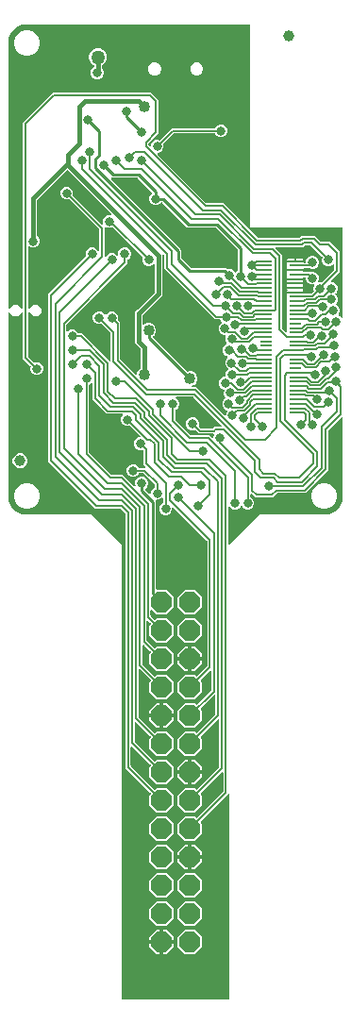
<source format=gbr>
G04 EAGLE Gerber RS-274X export*
G75*
%MOMM*%
%FSLAX34Y34*%
%LPD*%
%INBottom Copper*%
%IPPOS*%
%AMOC8*
5,1,8,0,0,1.08239X$1,22.5*%
G01*
%ADD10R,1.140000X0.200000*%
%ADD11C,1.000000*%
%ADD12P,2.034460X8X292.500000*%
%ADD13C,1.270000*%
%ADD14C,0.838200*%
%ADD15C,0.152400*%
%ADD16C,0.200000*%
%ADD17C,0.254000*%
%ADD18C,0.198119*%
%ADD19C,1.016000*%
%ADD20C,0.381000*%

G36*
X200127Y-432673D02*
X200127Y-432673D01*
X200229Y-432665D01*
X200257Y-432653D01*
X200288Y-432648D01*
X200380Y-432604D01*
X200476Y-432566D01*
X200499Y-432546D01*
X200527Y-432533D01*
X200602Y-432463D01*
X200682Y-432398D01*
X200699Y-432372D01*
X200721Y-432351D01*
X200772Y-432262D01*
X200829Y-432177D01*
X200835Y-432153D01*
X200853Y-432121D01*
X200911Y-431861D01*
X200908Y-431823D01*
X200913Y-431800D01*
X200913Y-248965D01*
X200906Y-248914D01*
X200907Y-248862D01*
X200886Y-248783D01*
X200873Y-248702D01*
X200851Y-248656D01*
X200837Y-248606D01*
X200793Y-248537D01*
X200758Y-248463D01*
X200723Y-248425D01*
X200695Y-248382D01*
X200632Y-248329D01*
X200576Y-248269D01*
X200532Y-248243D01*
X200492Y-248210D01*
X200417Y-248177D01*
X200346Y-248137D01*
X200295Y-248125D01*
X200248Y-248105D01*
X200166Y-248097D01*
X200086Y-248079D01*
X200035Y-248083D01*
X199983Y-248078D01*
X199903Y-248094D01*
X199821Y-248101D01*
X199773Y-248120D01*
X199723Y-248130D01*
X199679Y-248158D01*
X199574Y-248200D01*
X199435Y-248313D01*
X199397Y-248337D01*
X198045Y-249689D01*
X175069Y-272665D01*
X175008Y-272748D01*
X174941Y-272826D01*
X174929Y-272855D01*
X174911Y-272879D01*
X174877Y-272976D01*
X174837Y-273071D01*
X174834Y-273101D01*
X174824Y-273130D01*
X174820Y-273233D01*
X174809Y-273335D01*
X174815Y-273365D01*
X174814Y-273396D01*
X174841Y-273495D01*
X174861Y-273596D01*
X174874Y-273616D01*
X174884Y-273652D01*
X175027Y-273877D01*
X175056Y-273901D01*
X175069Y-273922D01*
X176023Y-274876D01*
X176023Y-283924D01*
X169624Y-290323D01*
X160576Y-290323D01*
X154177Y-283924D01*
X154177Y-274876D01*
X160576Y-268477D01*
X169624Y-268477D01*
X170578Y-269431D01*
X170661Y-269492D01*
X170739Y-269559D01*
X170768Y-269571D01*
X170792Y-269589D01*
X170889Y-269623D01*
X170984Y-269663D01*
X171014Y-269666D01*
X171044Y-269676D01*
X171146Y-269680D01*
X171248Y-269691D01*
X171278Y-269685D01*
X171309Y-269686D01*
X171408Y-269659D01*
X171509Y-269639D01*
X171529Y-269626D01*
X171566Y-269616D01*
X171790Y-269473D01*
X171815Y-269444D01*
X171835Y-269431D01*
X194811Y-246455D01*
X194824Y-246438D01*
X194840Y-246425D01*
X194902Y-246331D01*
X194969Y-246241D01*
X194976Y-246221D01*
X194987Y-246204D01*
X194997Y-246159D01*
X195056Y-245990D01*
X195060Y-245877D01*
X195071Y-245827D01*
X195071Y-229407D01*
X195064Y-229356D01*
X195065Y-229304D01*
X195044Y-229225D01*
X195031Y-229144D01*
X195009Y-229098D01*
X194995Y-229048D01*
X194951Y-228979D01*
X194916Y-228905D01*
X194881Y-228867D01*
X194853Y-228824D01*
X194790Y-228771D01*
X194734Y-228711D01*
X194690Y-228685D01*
X194650Y-228652D01*
X194575Y-228619D01*
X194504Y-228579D01*
X194453Y-228568D01*
X194406Y-228547D01*
X194324Y-228539D01*
X194244Y-228521D01*
X194193Y-228525D01*
X194141Y-228520D01*
X194061Y-228536D01*
X193979Y-228543D01*
X193931Y-228562D01*
X193881Y-228572D01*
X193837Y-228600D01*
X193732Y-228642D01*
X193593Y-228755D01*
X193555Y-228779D01*
X175069Y-247265D01*
X175008Y-247348D01*
X174941Y-247426D01*
X174929Y-247455D01*
X174911Y-247479D01*
X174877Y-247576D01*
X174837Y-247671D01*
X174834Y-247701D01*
X174824Y-247730D01*
X174820Y-247833D01*
X174809Y-247935D01*
X174815Y-247965D01*
X174814Y-247996D01*
X174841Y-248095D01*
X174861Y-248196D01*
X174874Y-248216D01*
X174884Y-248252D01*
X175027Y-248477D01*
X175056Y-248501D01*
X175069Y-248522D01*
X176023Y-249476D01*
X176023Y-258524D01*
X169624Y-264923D01*
X160576Y-264923D01*
X154177Y-258524D01*
X154177Y-249476D01*
X160576Y-243077D01*
X169624Y-243077D01*
X170578Y-244031D01*
X170661Y-244092D01*
X170739Y-244159D01*
X170768Y-244171D01*
X170792Y-244189D01*
X170889Y-244223D01*
X170984Y-244263D01*
X171014Y-244266D01*
X171044Y-244276D01*
X171146Y-244280D01*
X171248Y-244291D01*
X171278Y-244285D01*
X171309Y-244286D01*
X171408Y-244259D01*
X171509Y-244239D01*
X171529Y-244226D01*
X171566Y-244216D01*
X171790Y-244073D01*
X171815Y-244044D01*
X171835Y-244031D01*
X191255Y-224611D01*
X191268Y-224594D01*
X191284Y-224581D01*
X191346Y-224487D01*
X191413Y-224397D01*
X191420Y-224377D01*
X191431Y-224360D01*
X191441Y-224315D01*
X191500Y-224146D01*
X191503Y-224055D01*
X191513Y-224011D01*
X191512Y-223997D01*
X191515Y-223983D01*
X191515Y-182163D01*
X191508Y-182112D01*
X191509Y-182060D01*
X191488Y-181981D01*
X191475Y-181900D01*
X191453Y-181854D01*
X191439Y-181804D01*
X191395Y-181735D01*
X191360Y-181661D01*
X191325Y-181623D01*
X191297Y-181580D01*
X191234Y-181527D01*
X191178Y-181467D01*
X191134Y-181441D01*
X191094Y-181408D01*
X191019Y-181375D01*
X190948Y-181335D01*
X190897Y-181324D01*
X190850Y-181303D01*
X190768Y-181295D01*
X190688Y-181277D01*
X190637Y-181281D01*
X190585Y-181276D01*
X190505Y-181292D01*
X190423Y-181299D01*
X190375Y-181318D01*
X190325Y-181328D01*
X190281Y-181356D01*
X190176Y-181398D01*
X190092Y-181466D01*
X190086Y-181469D01*
X190071Y-181483D01*
X190037Y-181511D01*
X189999Y-181535D01*
X175069Y-196465D01*
X175008Y-196548D01*
X174941Y-196626D01*
X174929Y-196655D01*
X174911Y-196679D01*
X174877Y-196776D01*
X174837Y-196871D01*
X174834Y-196901D01*
X174824Y-196930D01*
X174820Y-197033D01*
X174809Y-197135D01*
X174815Y-197165D01*
X174814Y-197196D01*
X174841Y-197295D01*
X174861Y-197396D01*
X174874Y-197416D01*
X174884Y-197452D01*
X175027Y-197677D01*
X175056Y-197701D01*
X175069Y-197722D01*
X176023Y-198676D01*
X176023Y-207724D01*
X169624Y-214123D01*
X160576Y-214123D01*
X154177Y-207724D01*
X154177Y-198676D01*
X160576Y-192277D01*
X169624Y-192277D01*
X170578Y-193231D01*
X170661Y-193292D01*
X170739Y-193359D01*
X170768Y-193371D01*
X170792Y-193389D01*
X170889Y-193423D01*
X170984Y-193463D01*
X171014Y-193466D01*
X171044Y-193476D01*
X171146Y-193480D01*
X171248Y-193491D01*
X171278Y-193485D01*
X171309Y-193486D01*
X171408Y-193459D01*
X171509Y-193439D01*
X171529Y-193426D01*
X171566Y-193416D01*
X171790Y-193273D01*
X171815Y-193244D01*
X171835Y-193231D01*
X187699Y-177367D01*
X187712Y-177350D01*
X187728Y-177337D01*
X187790Y-177243D01*
X187857Y-177153D01*
X187864Y-177133D01*
X187875Y-177116D01*
X187885Y-177071D01*
X187944Y-176902D01*
X187948Y-176789D01*
X187959Y-176739D01*
X187959Y-160319D01*
X187952Y-160268D01*
X187953Y-160216D01*
X187932Y-160137D01*
X187919Y-160056D01*
X187897Y-160010D01*
X187883Y-159960D01*
X187839Y-159891D01*
X187804Y-159817D01*
X187769Y-159779D01*
X187741Y-159736D01*
X187678Y-159683D01*
X187622Y-159623D01*
X187578Y-159597D01*
X187538Y-159564D01*
X187463Y-159531D01*
X187392Y-159491D01*
X187341Y-159480D01*
X187294Y-159459D01*
X187212Y-159451D01*
X187132Y-159433D01*
X187081Y-159437D01*
X187029Y-159432D01*
X186949Y-159448D01*
X186867Y-159455D01*
X186819Y-159474D01*
X186769Y-159484D01*
X186725Y-159512D01*
X186620Y-159554D01*
X186481Y-159667D01*
X186443Y-159691D01*
X175069Y-171065D01*
X175008Y-171148D01*
X174941Y-171226D01*
X174929Y-171255D01*
X174911Y-171279D01*
X174877Y-171376D01*
X174837Y-171471D01*
X174834Y-171501D01*
X174824Y-171530D01*
X174820Y-171633D01*
X174809Y-171735D01*
X174815Y-171765D01*
X174814Y-171796D01*
X174841Y-171895D01*
X174861Y-171996D01*
X174874Y-172016D01*
X174884Y-172053D01*
X175027Y-172277D01*
X175056Y-172301D01*
X175069Y-172322D01*
X176023Y-173276D01*
X176023Y-182324D01*
X169624Y-188723D01*
X160576Y-188723D01*
X154177Y-182324D01*
X154177Y-173276D01*
X160576Y-166877D01*
X169624Y-166877D01*
X170578Y-167831D01*
X170661Y-167892D01*
X170739Y-167959D01*
X170768Y-167971D01*
X170792Y-167989D01*
X170889Y-168023D01*
X170984Y-168063D01*
X171014Y-168066D01*
X171043Y-168076D01*
X171146Y-168080D01*
X171248Y-168091D01*
X171278Y-168085D01*
X171309Y-168086D01*
X171408Y-168059D01*
X171509Y-168039D01*
X171529Y-168026D01*
X171566Y-168016D01*
X171790Y-167873D01*
X171814Y-167844D01*
X171835Y-167831D01*
X184143Y-155523D01*
X184156Y-155506D01*
X184172Y-155493D01*
X184234Y-155399D01*
X184301Y-155309D01*
X184308Y-155289D01*
X184319Y-155272D01*
X184329Y-155227D01*
X184388Y-155058D01*
X184392Y-154945D01*
X184403Y-154895D01*
X184403Y-138475D01*
X184396Y-138424D01*
X184397Y-138372D01*
X184376Y-138293D01*
X184363Y-138212D01*
X184341Y-138166D01*
X184327Y-138116D01*
X184283Y-138047D01*
X184248Y-137973D01*
X184213Y-137935D01*
X184185Y-137892D01*
X184122Y-137839D01*
X184066Y-137779D01*
X184022Y-137753D01*
X183982Y-137720D01*
X183907Y-137687D01*
X183836Y-137647D01*
X183785Y-137635D01*
X183738Y-137615D01*
X183656Y-137607D01*
X183576Y-137589D01*
X183525Y-137593D01*
X183473Y-137588D01*
X183393Y-137604D01*
X183311Y-137611D01*
X183263Y-137630D01*
X183213Y-137640D01*
X183169Y-137668D01*
X183064Y-137710D01*
X182925Y-137823D01*
X182887Y-137847D01*
X175069Y-145665D01*
X175008Y-145748D01*
X174941Y-145826D01*
X174929Y-145855D01*
X174911Y-145879D01*
X174877Y-145976D01*
X174837Y-146071D01*
X174834Y-146101D01*
X174824Y-146130D01*
X174820Y-146233D01*
X174809Y-146335D01*
X174815Y-146365D01*
X174814Y-146396D01*
X174841Y-146495D01*
X174861Y-146596D01*
X174874Y-146616D01*
X174884Y-146653D01*
X175027Y-146877D01*
X175056Y-146901D01*
X175069Y-146922D01*
X176023Y-147876D01*
X176023Y-156924D01*
X169624Y-163323D01*
X160576Y-163323D01*
X154177Y-156924D01*
X154177Y-147876D01*
X160576Y-141477D01*
X169624Y-141477D01*
X170578Y-142431D01*
X170661Y-142492D01*
X170739Y-142559D01*
X170768Y-142571D01*
X170792Y-142589D01*
X170889Y-142623D01*
X170984Y-142663D01*
X171014Y-142666D01*
X171043Y-142676D01*
X171146Y-142680D01*
X171248Y-142691D01*
X171278Y-142685D01*
X171309Y-142686D01*
X171408Y-142659D01*
X171509Y-142639D01*
X171529Y-142626D01*
X171566Y-142616D01*
X171790Y-142473D01*
X171814Y-142444D01*
X171835Y-142431D01*
X180587Y-133679D01*
X180600Y-133662D01*
X180616Y-133649D01*
X180678Y-133555D01*
X180745Y-133465D01*
X180752Y-133445D01*
X180763Y-133428D01*
X180773Y-133383D01*
X180832Y-133214D01*
X180836Y-133101D01*
X180847Y-133051D01*
X180847Y-21889D01*
X180844Y-21868D01*
X180846Y-21847D01*
X180824Y-21737D01*
X180807Y-21626D01*
X180798Y-21607D01*
X180794Y-21587D01*
X180770Y-21548D01*
X180692Y-21387D01*
X180615Y-21305D01*
X180587Y-21261D01*
X150742Y8584D01*
X150701Y8615D01*
X150665Y8652D01*
X150594Y8693D01*
X150528Y8742D01*
X150479Y8759D01*
X150435Y8784D01*
X150355Y8802D01*
X150277Y8829D01*
X150225Y8831D01*
X150175Y8842D01*
X150093Y8835D01*
X150011Y8838D01*
X149962Y8825D01*
X149910Y8820D01*
X149834Y8790D01*
X149755Y8768D01*
X149711Y8741D01*
X149663Y8721D01*
X149600Y8670D01*
X149531Y8626D01*
X149497Y8586D01*
X149457Y8554D01*
X149412Y8486D01*
X149359Y8423D01*
X149338Y8376D01*
X149310Y8333D01*
X149298Y8282D01*
X149254Y8179D01*
X149236Y8000D01*
X149226Y7956D01*
X149226Y6483D01*
X148356Y4382D01*
X146748Y2774D01*
X144647Y1904D01*
X142373Y1904D01*
X140272Y2774D01*
X138664Y4382D01*
X137794Y6483D01*
X137794Y8757D01*
X138664Y10858D01*
X140272Y12466D01*
X140675Y12632D01*
X140728Y12664D01*
X140786Y12687D01*
X140841Y12733D01*
X140903Y12770D01*
X140944Y12816D01*
X140992Y12855D01*
X141032Y12915D01*
X141079Y12968D01*
X141105Y13025D01*
X141139Y13076D01*
X141150Y13123D01*
X141189Y13210D01*
X141216Y13422D01*
X141223Y13453D01*
X141223Y16696D01*
X141216Y16747D01*
X141217Y16798D01*
X141196Y16877D01*
X141183Y16958D01*
X141161Y17005D01*
X141147Y17055D01*
X141103Y17124D01*
X141068Y17198D01*
X141032Y17236D01*
X141005Y17279D01*
X140942Y17332D01*
X140886Y17392D01*
X140842Y17418D01*
X140802Y17451D01*
X140727Y17483D01*
X140656Y17524D01*
X140605Y17535D01*
X140558Y17555D01*
X140476Y17564D01*
X140396Y17582D01*
X140345Y17578D01*
X140293Y17583D01*
X140213Y17567D01*
X140131Y17560D01*
X140083Y17541D01*
X140033Y17531D01*
X139989Y17503D01*
X139884Y17461D01*
X139745Y17348D01*
X139707Y17324D01*
X139128Y16744D01*
X137027Y15874D01*
X135763Y15874D01*
X135661Y15859D01*
X135559Y15851D01*
X135531Y15839D01*
X135500Y15834D01*
X135408Y15790D01*
X135312Y15752D01*
X135289Y15732D01*
X135261Y15719D01*
X135186Y15649D01*
X135106Y15584D01*
X135089Y15558D01*
X135067Y15537D01*
X135016Y15448D01*
X134959Y15363D01*
X134953Y15339D01*
X134935Y15307D01*
X134877Y15047D01*
X134880Y15009D01*
X134875Y14986D01*
X134875Y-64389D01*
X134890Y-64491D01*
X134898Y-64593D01*
X134910Y-64621D01*
X134915Y-64652D01*
X134959Y-64744D01*
X134997Y-64840D01*
X135017Y-64863D01*
X135030Y-64891D01*
X135100Y-64966D01*
X135165Y-65046D01*
X135191Y-65063D01*
X135212Y-65085D01*
X135301Y-65136D01*
X135386Y-65193D01*
X135410Y-65199D01*
X135442Y-65217D01*
X135702Y-65275D01*
X135740Y-65272D01*
X135763Y-65277D01*
X144224Y-65277D01*
X150623Y-71676D01*
X150623Y-80724D01*
X144224Y-87123D01*
X135176Y-87123D01*
X131311Y-83258D01*
X131270Y-83227D01*
X131234Y-83190D01*
X131163Y-83149D01*
X131097Y-83100D01*
X131048Y-83083D01*
X131004Y-83058D01*
X130924Y-83040D01*
X130846Y-83013D01*
X130794Y-83011D01*
X130744Y-83000D01*
X130662Y-83007D01*
X130580Y-83004D01*
X130531Y-83017D01*
X130479Y-83022D01*
X130403Y-83052D01*
X130324Y-83074D01*
X130280Y-83101D01*
X130232Y-83121D01*
X130169Y-83172D01*
X130100Y-83216D01*
X130066Y-83256D01*
X130026Y-83288D01*
X129981Y-83357D01*
X129928Y-83419D01*
X129907Y-83466D01*
X129879Y-83509D01*
X129867Y-83560D01*
X129823Y-83663D01*
X129805Y-83842D01*
X129795Y-83886D01*
X129795Y-88093D01*
X129798Y-88114D01*
X129796Y-88135D01*
X129818Y-88245D01*
X129818Y-88248D01*
X129818Y-88251D01*
X129819Y-88252D01*
X129835Y-88356D01*
X129844Y-88375D01*
X129848Y-88395D01*
X129872Y-88434D01*
X129950Y-88595D01*
X130027Y-88677D01*
X130055Y-88721D01*
X132965Y-91631D01*
X133048Y-91692D01*
X133126Y-91759D01*
X133155Y-91771D01*
X133179Y-91789D01*
X133276Y-91823D01*
X133371Y-91863D01*
X133401Y-91866D01*
X133430Y-91876D01*
X133533Y-91880D01*
X133635Y-91891D01*
X133665Y-91885D01*
X133696Y-91886D01*
X133795Y-91859D01*
X133896Y-91839D01*
X133916Y-91826D01*
X133953Y-91816D01*
X134177Y-91673D01*
X134201Y-91644D01*
X134222Y-91631D01*
X135176Y-90677D01*
X144224Y-90677D01*
X150623Y-97076D01*
X150623Y-106124D01*
X144224Y-112523D01*
X135176Y-112523D01*
X128777Y-106124D01*
X128777Y-97076D01*
X129731Y-96122D01*
X129792Y-96039D01*
X129859Y-95961D01*
X129871Y-95932D01*
X129889Y-95908D01*
X129923Y-95811D01*
X129963Y-95716D01*
X129966Y-95686D01*
X129976Y-95657D01*
X129980Y-95554D01*
X129991Y-95452D01*
X129985Y-95422D01*
X129986Y-95391D01*
X129959Y-95292D01*
X129939Y-95191D01*
X129926Y-95171D01*
X129916Y-95134D01*
X129773Y-94910D01*
X129744Y-94886D01*
X129731Y-94865D01*
X127755Y-92889D01*
X127714Y-92858D01*
X127678Y-92821D01*
X127607Y-92780D01*
X127541Y-92731D01*
X127492Y-92714D01*
X127448Y-92689D01*
X127368Y-92671D01*
X127290Y-92644D01*
X127238Y-92642D01*
X127188Y-92631D01*
X127106Y-92638D01*
X127024Y-92635D01*
X126975Y-92648D01*
X126923Y-92653D01*
X126847Y-92683D01*
X126768Y-92705D01*
X126724Y-92732D01*
X126676Y-92752D01*
X126613Y-92803D01*
X126544Y-92847D01*
X126510Y-92887D01*
X126470Y-92919D01*
X126425Y-92987D01*
X126372Y-93050D01*
X126351Y-93097D01*
X126323Y-93140D01*
X126311Y-93191D01*
X126267Y-93294D01*
X126249Y-93473D01*
X126239Y-93517D01*
X126239Y-109937D01*
X126242Y-109958D01*
X126240Y-109979D01*
X126262Y-110089D01*
X126279Y-110200D01*
X126288Y-110219D01*
X126292Y-110239D01*
X126316Y-110278D01*
X126394Y-110439D01*
X126471Y-110521D01*
X126499Y-110565D01*
X132965Y-117031D01*
X133048Y-117092D01*
X133126Y-117159D01*
X133155Y-117171D01*
X133179Y-117189D01*
X133276Y-117223D01*
X133371Y-117263D01*
X133401Y-117266D01*
X133430Y-117276D01*
X133533Y-117280D01*
X133635Y-117291D01*
X133665Y-117285D01*
X133696Y-117286D01*
X133795Y-117259D01*
X133896Y-117239D01*
X133916Y-117226D01*
X133953Y-117216D01*
X134177Y-117073D01*
X134201Y-117044D01*
X134222Y-117031D01*
X135176Y-116077D01*
X144224Y-116077D01*
X150623Y-122476D01*
X150623Y-131524D01*
X144224Y-137923D01*
X135176Y-137923D01*
X128777Y-131524D01*
X128777Y-122476D01*
X129731Y-121522D01*
X129759Y-121484D01*
X129781Y-121464D01*
X129800Y-121429D01*
X129859Y-121361D01*
X129871Y-121332D01*
X129889Y-121308D01*
X129923Y-121211D01*
X129963Y-121116D01*
X129966Y-121086D01*
X129976Y-121057D01*
X129980Y-120954D01*
X129991Y-120852D01*
X129985Y-120822D01*
X129986Y-120791D01*
X129959Y-120692D01*
X129939Y-120591D01*
X129926Y-120571D01*
X129916Y-120534D01*
X129773Y-120310D01*
X129744Y-120286D01*
X129731Y-120265D01*
X124199Y-114733D01*
X124158Y-114702D01*
X124122Y-114665D01*
X124051Y-114624D01*
X123985Y-114575D01*
X123936Y-114558D01*
X123892Y-114533D01*
X123812Y-114515D01*
X123734Y-114488D01*
X123682Y-114486D01*
X123632Y-114475D01*
X123550Y-114482D01*
X123468Y-114479D01*
X123419Y-114492D01*
X123367Y-114497D01*
X123291Y-114527D01*
X123212Y-114549D01*
X123168Y-114576D01*
X123120Y-114596D01*
X123057Y-114647D01*
X122988Y-114691D01*
X122954Y-114731D01*
X122914Y-114763D01*
X122869Y-114831D01*
X122816Y-114894D01*
X122795Y-114941D01*
X122767Y-114984D01*
X122755Y-115035D01*
X122711Y-115138D01*
X122693Y-115317D01*
X122683Y-115361D01*
X122683Y-131781D01*
X122686Y-131802D01*
X122684Y-131823D01*
X122706Y-131933D01*
X122723Y-132044D01*
X122732Y-132063D01*
X122736Y-132083D01*
X122760Y-132122D01*
X122838Y-132283D01*
X122915Y-132365D01*
X122943Y-132409D01*
X132965Y-142431D01*
X133048Y-142492D01*
X133126Y-142559D01*
X133155Y-142571D01*
X133179Y-142589D01*
X133276Y-142623D01*
X133371Y-142663D01*
X133401Y-142666D01*
X133430Y-142676D01*
X133533Y-142680D01*
X133635Y-142691D01*
X133665Y-142685D01*
X133696Y-142686D01*
X133795Y-142659D01*
X133896Y-142639D01*
X133916Y-142626D01*
X133953Y-142616D01*
X134177Y-142473D01*
X134201Y-142444D01*
X134222Y-142431D01*
X135176Y-141477D01*
X144224Y-141477D01*
X150623Y-147876D01*
X150623Y-156924D01*
X144224Y-163323D01*
X135176Y-163323D01*
X128777Y-156924D01*
X128777Y-147876D01*
X129731Y-146922D01*
X129792Y-146839D01*
X129859Y-146761D01*
X129871Y-146732D01*
X129889Y-146708D01*
X129923Y-146611D01*
X129963Y-146516D01*
X129966Y-146486D01*
X129976Y-146457D01*
X129980Y-146354D01*
X129991Y-146252D01*
X129985Y-146222D01*
X129986Y-146191D01*
X129959Y-146092D01*
X129939Y-145991D01*
X129926Y-145971D01*
X129916Y-145934D01*
X129773Y-145710D01*
X129744Y-145686D01*
X129731Y-145665D01*
X120643Y-136577D01*
X120602Y-136546D01*
X120566Y-136509D01*
X120495Y-136468D01*
X120429Y-136419D01*
X120380Y-136402D01*
X120336Y-136377D01*
X120256Y-136359D01*
X120178Y-136332D01*
X120126Y-136330D01*
X120076Y-136319D01*
X119994Y-136326D01*
X119912Y-136323D01*
X119863Y-136336D01*
X119811Y-136341D01*
X119735Y-136371D01*
X119656Y-136393D01*
X119612Y-136420D01*
X119564Y-136440D01*
X119501Y-136491D01*
X119432Y-136535D01*
X119398Y-136575D01*
X119358Y-136607D01*
X119313Y-136675D01*
X119260Y-136738D01*
X119239Y-136785D01*
X119211Y-136828D01*
X119199Y-136879D01*
X119155Y-136982D01*
X119137Y-137161D01*
X119127Y-137205D01*
X119127Y-179025D01*
X119130Y-179046D01*
X119128Y-179067D01*
X119150Y-179177D01*
X119167Y-179288D01*
X119176Y-179307D01*
X119180Y-179327D01*
X119204Y-179366D01*
X119282Y-179527D01*
X119359Y-179609D01*
X119387Y-179653D01*
X132965Y-193231D01*
X133048Y-193292D01*
X133126Y-193359D01*
X133155Y-193371D01*
X133179Y-193389D01*
X133276Y-193423D01*
X133371Y-193463D01*
X133401Y-193466D01*
X133430Y-193476D01*
X133533Y-193480D01*
X133635Y-193491D01*
X133665Y-193485D01*
X133696Y-193486D01*
X133795Y-193459D01*
X133896Y-193439D01*
X133916Y-193426D01*
X133952Y-193416D01*
X134177Y-193273D01*
X134201Y-193244D01*
X134222Y-193231D01*
X135176Y-192277D01*
X144224Y-192277D01*
X150623Y-198676D01*
X150623Y-207724D01*
X144224Y-214123D01*
X135176Y-214123D01*
X128777Y-207724D01*
X128777Y-198676D01*
X129731Y-197722D01*
X129792Y-197639D01*
X129859Y-197561D01*
X129871Y-197532D01*
X129889Y-197508D01*
X129923Y-197411D01*
X129963Y-197316D01*
X129966Y-197286D01*
X129976Y-197256D01*
X129980Y-197154D01*
X129991Y-197052D01*
X129985Y-197022D01*
X129986Y-196991D01*
X129959Y-196892D01*
X129939Y-196791D01*
X129926Y-196771D01*
X129916Y-196734D01*
X129773Y-196510D01*
X129744Y-196485D01*
X129731Y-196465D01*
X117087Y-183821D01*
X117046Y-183790D01*
X117010Y-183753D01*
X116939Y-183712D01*
X116873Y-183663D01*
X116824Y-183646D01*
X116780Y-183621D01*
X116700Y-183603D01*
X116622Y-183576D01*
X116570Y-183574D01*
X116520Y-183563D01*
X116438Y-183570D01*
X116356Y-183567D01*
X116307Y-183580D01*
X116255Y-183585D01*
X116179Y-183615D01*
X116100Y-183637D01*
X116056Y-183664D01*
X116008Y-183684D01*
X115945Y-183735D01*
X115876Y-183779D01*
X115842Y-183819D01*
X115802Y-183851D01*
X115757Y-183919D01*
X115704Y-183982D01*
X115683Y-184029D01*
X115655Y-184072D01*
X115643Y-184123D01*
X115599Y-184226D01*
X115581Y-184405D01*
X115571Y-184449D01*
X115571Y-200869D01*
X115574Y-200890D01*
X115572Y-200911D01*
X115590Y-201001D01*
X115594Y-201059D01*
X115603Y-201079D01*
X115611Y-201132D01*
X115620Y-201151D01*
X115624Y-201171D01*
X115648Y-201210D01*
X115688Y-201292D01*
X115693Y-201306D01*
X115696Y-201309D01*
X115726Y-201371D01*
X115803Y-201453D01*
X115831Y-201497D01*
X132965Y-218631D01*
X133048Y-218692D01*
X133126Y-218759D01*
X133155Y-218771D01*
X133179Y-218789D01*
X133276Y-218823D01*
X133371Y-218863D01*
X133401Y-218866D01*
X133430Y-218876D01*
X133533Y-218880D01*
X133635Y-218891D01*
X133665Y-218885D01*
X133696Y-218886D01*
X133795Y-218859D01*
X133896Y-218839D01*
X133916Y-218826D01*
X133952Y-218816D01*
X134177Y-218673D01*
X134201Y-218644D01*
X134222Y-218631D01*
X135176Y-217677D01*
X144224Y-217677D01*
X150623Y-224076D01*
X150623Y-233124D01*
X144224Y-239523D01*
X135176Y-239523D01*
X128777Y-233124D01*
X128777Y-224076D01*
X129731Y-223122D01*
X129792Y-223039D01*
X129859Y-222961D01*
X129871Y-222932D01*
X129889Y-222908D01*
X129923Y-222811D01*
X129963Y-222716D01*
X129966Y-222686D01*
X129976Y-222656D01*
X129980Y-222554D01*
X129991Y-222452D01*
X129985Y-222422D01*
X129986Y-222391D01*
X129959Y-222292D01*
X129939Y-222191D01*
X129926Y-222171D01*
X129916Y-222134D01*
X129773Y-221910D01*
X129744Y-221885D01*
X129731Y-221865D01*
X113531Y-205665D01*
X113490Y-205634D01*
X113454Y-205597D01*
X113383Y-205556D01*
X113317Y-205507D01*
X113268Y-205490D01*
X113224Y-205465D01*
X113144Y-205447D01*
X113066Y-205420D01*
X113014Y-205418D01*
X112964Y-205407D01*
X112882Y-205414D01*
X112800Y-205411D01*
X112751Y-205424D01*
X112699Y-205429D01*
X112623Y-205459D01*
X112544Y-205481D01*
X112500Y-205508D01*
X112452Y-205528D01*
X112389Y-205579D01*
X112320Y-205623D01*
X112286Y-205663D01*
X112246Y-205695D01*
X112201Y-205763D01*
X112148Y-205826D01*
X112127Y-205873D01*
X112099Y-205916D01*
X112087Y-205967D01*
X112043Y-206070D01*
X112025Y-206249D01*
X112015Y-206293D01*
X112015Y-222713D01*
X112018Y-222734D01*
X112016Y-222755D01*
X112038Y-222865D01*
X112055Y-222976D01*
X112064Y-222995D01*
X112068Y-223015D01*
X112092Y-223054D01*
X112170Y-223215D01*
X112247Y-223297D01*
X112275Y-223341D01*
X132965Y-244031D01*
X133048Y-244092D01*
X133126Y-244159D01*
X133155Y-244171D01*
X133179Y-244189D01*
X133276Y-244223D01*
X133371Y-244263D01*
X133401Y-244266D01*
X133430Y-244276D01*
X133533Y-244280D01*
X133635Y-244291D01*
X133665Y-244285D01*
X133696Y-244286D01*
X133795Y-244259D01*
X133896Y-244239D01*
X133916Y-244226D01*
X133953Y-244216D01*
X134177Y-244073D01*
X134201Y-244044D01*
X134222Y-244031D01*
X135176Y-243077D01*
X144224Y-243077D01*
X150623Y-249476D01*
X150623Y-258524D01*
X144224Y-264923D01*
X135176Y-264923D01*
X128777Y-258524D01*
X128777Y-249476D01*
X129731Y-248522D01*
X129756Y-248488D01*
X129761Y-248484D01*
X129766Y-248474D01*
X129792Y-248439D01*
X129859Y-248361D01*
X129871Y-248332D01*
X129889Y-248308D01*
X129923Y-248211D01*
X129963Y-248116D01*
X129966Y-248086D01*
X129976Y-248057D01*
X129980Y-247954D01*
X129991Y-247852D01*
X129985Y-247822D01*
X129986Y-247791D01*
X129959Y-247692D01*
X129939Y-247591D01*
X129926Y-247571D01*
X129916Y-247534D01*
X129773Y-247310D01*
X129744Y-247286D01*
X129731Y-247265D01*
X107441Y-224975D01*
X107441Y3257D01*
X107438Y3278D01*
X107440Y3299D01*
X107418Y3409D01*
X107401Y3520D01*
X107392Y3539D01*
X107388Y3559D01*
X107364Y3598D01*
X107286Y3759D01*
X107209Y3841D01*
X107181Y3885D01*
X103453Y7613D01*
X103436Y7626D01*
X103423Y7642D01*
X103329Y7704D01*
X103239Y7771D01*
X103219Y7778D01*
X103202Y7789D01*
X103157Y7799D01*
X102988Y7858D01*
X102875Y7862D01*
X102825Y7873D01*
X80333Y7873D01*
X78733Y9473D01*
X39953Y48253D01*
X38353Y49853D01*
X38353Y200337D01*
X71729Y233712D01*
X71765Y233762D01*
X71810Y233806D01*
X71844Y233869D01*
X71886Y233926D01*
X71907Y233985D01*
X71936Y234039D01*
X71950Y234110D01*
X71974Y234177D01*
X71976Y234239D01*
X71988Y234300D01*
X71979Y234348D01*
X71983Y234443D01*
X71947Y234575D01*
X71945Y234591D01*
X71936Y234615D01*
X71926Y234650D01*
X71921Y234680D01*
X71754Y235083D01*
X71754Y237357D01*
X72624Y239458D01*
X74232Y241066D01*
X76333Y241936D01*
X78607Y241936D01*
X80708Y241066D01*
X82316Y239458D01*
X82364Y239340D01*
X82395Y239289D01*
X82404Y239266D01*
X82417Y239251D01*
X82452Y239178D01*
X82480Y239147D01*
X82502Y239112D01*
X82571Y239051D01*
X82634Y238983D01*
X82669Y238963D01*
X82700Y238935D01*
X82784Y238897D01*
X82864Y238851D01*
X82905Y238842D01*
X82942Y238825D01*
X83034Y238814D01*
X83124Y238794D01*
X83165Y238797D01*
X83206Y238792D01*
X83297Y238808D01*
X83389Y238815D01*
X83427Y238830D01*
X83468Y238838D01*
X83550Y238880D01*
X83636Y238914D01*
X83668Y238940D01*
X83704Y238959D01*
X83770Y239023D01*
X83842Y239082D01*
X83865Y239116D01*
X83894Y239145D01*
X83938Y239226D01*
X83989Y239303D01*
X83996Y239333D01*
X84021Y239379D01*
X84072Y239639D01*
X84070Y239652D01*
X84071Y239656D01*
X84070Y239666D01*
X84073Y239680D01*
X84073Y257765D01*
X84070Y257786D01*
X84072Y257807D01*
X84050Y257917D01*
X84033Y258028D01*
X84024Y258047D01*
X84020Y258067D01*
X83996Y258106D01*
X83918Y258267D01*
X83841Y258349D01*
X83813Y258393D01*
X57118Y285089D01*
X57068Y285125D01*
X57024Y285170D01*
X56961Y285204D01*
X56904Y285246D01*
X56845Y285267D01*
X56791Y285296D01*
X56720Y285310D01*
X56653Y285334D01*
X56591Y285336D01*
X56530Y285348D01*
X56482Y285339D01*
X56387Y285343D01*
X56180Y285286D01*
X56150Y285281D01*
X55747Y285114D01*
X53473Y285114D01*
X51372Y285984D01*
X49764Y287592D01*
X48894Y289693D01*
X48894Y291967D01*
X49764Y294068D01*
X51372Y295676D01*
X53473Y296546D01*
X55747Y296546D01*
X57848Y295676D01*
X59456Y294068D01*
X60326Y291967D01*
X60326Y289693D01*
X60159Y289290D01*
X60144Y289230D01*
X60120Y289173D01*
X60112Y289102D01*
X60095Y289032D01*
X60099Y288971D01*
X60092Y288909D01*
X60106Y288839D01*
X60110Y288767D01*
X60132Y288709D01*
X60144Y288648D01*
X60170Y288608D01*
X60204Y288518D01*
X60335Y288349D01*
X60351Y288322D01*
X85685Y262989D01*
X85759Y262935D01*
X85828Y262873D01*
X85865Y262856D01*
X85899Y262832D01*
X85986Y262801D01*
X86070Y262763D01*
X86111Y262758D01*
X86150Y262744D01*
X86242Y262741D01*
X86334Y262729D01*
X86374Y262736D01*
X86415Y262735D01*
X86505Y262759D01*
X86595Y262775D01*
X86632Y262794D01*
X86672Y262805D01*
X86750Y262855D01*
X86832Y262897D01*
X86861Y262925D01*
X86896Y262948D01*
X86956Y263018D01*
X87022Y263083D01*
X87042Y263119D01*
X87068Y263150D01*
X87104Y263235D01*
X87148Y263316D01*
X87156Y263357D01*
X87173Y263395D01*
X87182Y263487D01*
X87200Y263577D01*
X87195Y263608D01*
X87200Y263659D01*
X87148Y263920D01*
X87137Y263937D01*
X87133Y263957D01*
X86994Y264293D01*
X86994Y266567D01*
X87864Y268668D01*
X89472Y270276D01*
X91573Y271146D01*
X93969Y271146D01*
X94020Y271153D01*
X94072Y271152D01*
X94151Y271173D01*
X94232Y271186D01*
X94279Y271208D01*
X94329Y271222D01*
X94398Y271266D01*
X94472Y271301D01*
X94509Y271336D01*
X94553Y271364D01*
X94606Y271427D01*
X94666Y271483D01*
X94692Y271527D01*
X94725Y271567D01*
X94757Y271642D01*
X94798Y271713D01*
X94809Y271764D01*
X94829Y271811D01*
X94838Y271893D01*
X94856Y271973D01*
X94851Y272024D01*
X94857Y272076D01*
X94841Y272156D01*
X94834Y272238D01*
X94815Y272286D01*
X94805Y272336D01*
X94777Y272380D01*
X94735Y272485D01*
X94622Y272624D01*
X94598Y272662D01*
X55873Y311387D01*
X55790Y311447D01*
X55712Y311514D01*
X55684Y311526D01*
X55659Y311544D01*
X55562Y311578D01*
X55468Y311618D01*
X55437Y311622D01*
X55408Y311632D01*
X55306Y311635D01*
X55203Y311646D01*
X55173Y311640D01*
X55142Y311641D01*
X55043Y311614D01*
X54943Y311594D01*
X54922Y311581D01*
X54886Y311571D01*
X54662Y311428D01*
X54637Y311399D01*
X54617Y311387D01*
X28328Y285098D01*
X28315Y285081D01*
X28299Y285067D01*
X28237Y284974D01*
X28170Y284884D01*
X28163Y284864D01*
X28152Y284846D01*
X28142Y284802D01*
X28083Y284632D01*
X28079Y284520D01*
X28068Y284469D01*
X28068Y252671D01*
X28071Y252651D01*
X28069Y252630D01*
X28091Y252519D01*
X28108Y252409D01*
X28117Y252390D01*
X28121Y252369D01*
X28145Y252331D01*
X28223Y252169D01*
X28300Y252087D01*
X28328Y252043D01*
X29484Y250888D01*
X30354Y248787D01*
X30354Y246513D01*
X29484Y244412D01*
X27876Y242804D01*
X25775Y241934D01*
X23501Y241934D01*
X21295Y242848D01*
X21285Y242851D01*
X21276Y242856D01*
X21156Y242883D01*
X21037Y242912D01*
X21026Y242911D01*
X21016Y242914D01*
X20894Y242904D01*
X20772Y242897D01*
X20762Y242893D01*
X20751Y242892D01*
X20637Y242846D01*
X20523Y242803D01*
X20514Y242797D01*
X20504Y242793D01*
X20409Y242715D01*
X20312Y242641D01*
X20306Y242632D01*
X20298Y242625D01*
X20230Y242523D01*
X20160Y242423D01*
X20156Y242413D01*
X20151Y242404D01*
X20144Y242374D01*
X20078Y242170D01*
X20077Y242074D01*
X20067Y242027D01*
X20067Y187957D01*
X20074Y187906D01*
X20073Y187855D01*
X20094Y187775D01*
X20107Y187694D01*
X20129Y187648D01*
X20143Y187598D01*
X20187Y187529D01*
X20222Y187455D01*
X20257Y187417D01*
X20285Y187374D01*
X20348Y187321D01*
X20404Y187261D01*
X20448Y187235D01*
X20488Y187202D01*
X20563Y187169D01*
X20634Y187129D01*
X20685Y187118D01*
X20732Y187097D01*
X20814Y187089D01*
X20894Y187071D01*
X20945Y187075D01*
X20997Y187070D01*
X21077Y187086D01*
X21159Y187093D01*
X21207Y187112D01*
X21257Y187122D01*
X21301Y187150D01*
X21406Y187192D01*
X21545Y187305D01*
X21583Y187329D01*
X24699Y190445D01*
X28861Y190445D01*
X31805Y187501D01*
X31805Y183339D01*
X28861Y180395D01*
X24699Y180395D01*
X21583Y183511D01*
X21573Y183519D01*
X21567Y183526D01*
X21539Y183545D01*
X21506Y183579D01*
X21435Y183620D01*
X21369Y183669D01*
X21320Y183686D01*
X21276Y183711D01*
X21196Y183729D01*
X21118Y183756D01*
X21066Y183758D01*
X21016Y183769D01*
X20934Y183762D01*
X20852Y183765D01*
X20803Y183752D01*
X20751Y183747D01*
X20675Y183717D01*
X20596Y183695D01*
X20552Y183668D01*
X20504Y183648D01*
X20441Y183597D01*
X20372Y183553D01*
X20338Y183513D01*
X20298Y183481D01*
X20253Y183412D01*
X20200Y183350D01*
X20179Y183303D01*
X20151Y183260D01*
X20140Y183214D01*
X20127Y183190D01*
X20122Y183168D01*
X20095Y183106D01*
X20084Y182998D01*
X20069Y182930D01*
X20071Y182902D01*
X20067Y182883D01*
X20067Y144825D01*
X20070Y144804D01*
X20068Y144783D01*
X20090Y144673D01*
X20107Y144562D01*
X20116Y144543D01*
X20120Y144523D01*
X20144Y144484D01*
X20222Y144323D01*
X20299Y144241D01*
X20327Y144197D01*
X25432Y139091D01*
X25482Y139055D01*
X25526Y139010D01*
X25589Y138976D01*
X25646Y138934D01*
X25705Y138913D01*
X25759Y138884D01*
X25830Y138870D01*
X25897Y138846D01*
X25959Y138844D01*
X26020Y138832D01*
X26068Y138841D01*
X26163Y138837D01*
X26370Y138894D01*
X26400Y138899D01*
X26803Y139066D01*
X29077Y139066D01*
X31178Y138196D01*
X32786Y136588D01*
X33656Y134487D01*
X33656Y132213D01*
X32786Y130112D01*
X31178Y128504D01*
X29077Y127634D01*
X26803Y127634D01*
X24702Y128504D01*
X23094Y130112D01*
X22224Y132213D01*
X22224Y134487D01*
X22391Y134890D01*
X22406Y134950D01*
X22430Y135007D01*
X22438Y135078D01*
X22455Y135148D01*
X22451Y135209D01*
X22458Y135271D01*
X22444Y135341D01*
X22440Y135413D01*
X22418Y135471D01*
X22406Y135532D01*
X22380Y135572D01*
X22346Y135662D01*
X22215Y135831D01*
X22199Y135858D01*
X17093Y140963D01*
X15493Y142563D01*
X15493Y182883D01*
X15486Y182934D01*
X15487Y182985D01*
X15472Y183041D01*
X15470Y183073D01*
X15461Y183093D01*
X15453Y183146D01*
X15431Y183192D01*
X15417Y183242D01*
X15375Y183309D01*
X15371Y183320D01*
X15368Y183323D01*
X15338Y183385D01*
X15303Y183423D01*
X15275Y183466D01*
X15212Y183519D01*
X15156Y183579D01*
X15112Y183605D01*
X15072Y183638D01*
X14997Y183671D01*
X14926Y183711D01*
X14875Y183722D01*
X14828Y183743D01*
X14746Y183751D01*
X14666Y183769D01*
X14615Y183765D01*
X14563Y183770D01*
X14483Y183754D01*
X14401Y183747D01*
X14353Y183728D01*
X14303Y183718D01*
X14259Y183690D01*
X14154Y183648D01*
X14109Y183611D01*
X14089Y183602D01*
X14035Y183552D01*
X14015Y183535D01*
X13977Y183511D01*
X10861Y180395D01*
X6699Y180395D01*
X3803Y183291D01*
X3762Y183322D01*
X3726Y183359D01*
X3655Y183400D01*
X3589Y183449D01*
X3540Y183466D01*
X3496Y183491D01*
X3416Y183509D01*
X3338Y183536D01*
X3286Y183538D01*
X3236Y183549D01*
X3154Y183542D01*
X3072Y183545D01*
X3023Y183532D01*
X2971Y183527D01*
X2895Y183497D01*
X2816Y183475D01*
X2772Y183448D01*
X2724Y183428D01*
X2661Y183377D01*
X2592Y183333D01*
X2558Y183293D01*
X2518Y183261D01*
X2473Y183192D01*
X2420Y183130D01*
X2399Y183083D01*
X2371Y183040D01*
X2359Y182989D01*
X2315Y182886D01*
X2297Y182707D01*
X2287Y182663D01*
X2287Y17780D01*
X2295Y17726D01*
X2291Y17693D01*
X2572Y14844D01*
X2585Y14792D01*
X2585Y14786D01*
X2588Y14779D01*
X2633Y14601D01*
X2635Y14591D01*
X4816Y9326D01*
X4858Y9256D01*
X4876Y9210D01*
X4913Y9165D01*
X4953Y9098D01*
X4992Y9064D01*
X5008Y9038D01*
X9038Y5008D01*
X9252Y4851D01*
X9301Y4834D01*
X9326Y4816D01*
X14591Y2635D01*
X14834Y2575D01*
X14844Y2572D01*
X17693Y2291D01*
X17748Y2294D01*
X17780Y2287D01*
X77147Y2287D01*
X103887Y-24453D01*
X103887Y-431800D01*
X103902Y-431902D01*
X103910Y-432004D01*
X103922Y-432032D01*
X103927Y-432063D01*
X103971Y-432155D01*
X104009Y-432251D01*
X104029Y-432274D01*
X104042Y-432302D01*
X104112Y-432377D01*
X104177Y-432457D01*
X104203Y-432474D01*
X104224Y-432496D01*
X104313Y-432547D01*
X104398Y-432604D01*
X104422Y-432610D01*
X104454Y-432628D01*
X104714Y-432686D01*
X104752Y-432683D01*
X104775Y-432688D01*
X200025Y-432688D01*
X200127Y-432673D01*
G37*
G36*
X301646Y179021D02*
X301646Y179021D01*
X301728Y179018D01*
X301777Y179032D01*
X301829Y179036D01*
X301905Y179066D01*
X301984Y179088D01*
X302028Y179116D01*
X302076Y179135D01*
X302139Y179187D01*
X302208Y179231D01*
X302242Y179270D01*
X302282Y179302D01*
X302327Y179371D01*
X302380Y179433D01*
X302401Y179481D01*
X302429Y179524D01*
X302441Y179574D01*
X302485Y179678D01*
X302503Y179856D01*
X302513Y179900D01*
X302513Y259207D01*
X302498Y259309D01*
X302490Y259411D01*
X302478Y259439D01*
X302473Y259470D01*
X302429Y259562D01*
X302391Y259658D01*
X302371Y259681D01*
X302358Y259709D01*
X302288Y259784D01*
X302223Y259864D01*
X302197Y259881D01*
X302176Y259903D01*
X302087Y259954D01*
X302002Y260011D01*
X301978Y260017D01*
X301946Y260035D01*
X301686Y260093D01*
X301648Y260090D01*
X301625Y260095D01*
X220348Y260095D01*
X219455Y260988D01*
X219455Y441325D01*
X219440Y441427D01*
X219432Y441529D01*
X219420Y441557D01*
X219415Y441588D01*
X219371Y441680D01*
X219333Y441776D01*
X219313Y441799D01*
X219300Y441827D01*
X219230Y441902D01*
X219165Y441982D01*
X219139Y441999D01*
X219118Y442021D01*
X219029Y442072D01*
X218944Y442129D01*
X218920Y442135D01*
X218888Y442153D01*
X218628Y442211D01*
X218590Y442208D01*
X218567Y442213D01*
X17780Y442213D01*
X17726Y442205D01*
X17693Y442209D01*
X14844Y441928D01*
X14601Y441867D01*
X14591Y441865D01*
X9326Y439684D01*
X9098Y439547D01*
X9064Y439508D01*
X9038Y439492D01*
X5008Y435462D01*
X4851Y435248D01*
X4834Y435199D01*
X4816Y435174D01*
X2635Y429909D01*
X2575Y429666D01*
X2572Y429656D01*
X2291Y426807D01*
X2294Y426752D01*
X2287Y426720D01*
X2287Y188177D01*
X2294Y188126D01*
X2293Y188075D01*
X2309Y188016D01*
X2310Y187995D01*
X2317Y187979D01*
X2327Y187914D01*
X2349Y187868D01*
X2363Y187818D01*
X2407Y187749D01*
X2442Y187675D01*
X2477Y187637D01*
X2505Y187594D01*
X2568Y187541D01*
X2624Y187481D01*
X2668Y187455D01*
X2708Y187422D01*
X2783Y187389D01*
X2854Y187349D01*
X2905Y187338D01*
X2952Y187317D01*
X3034Y187309D01*
X3114Y187291D01*
X3165Y187295D01*
X3217Y187290D01*
X3297Y187306D01*
X3379Y187313D01*
X3427Y187332D01*
X3477Y187342D01*
X3521Y187370D01*
X3626Y187412D01*
X3683Y187458D01*
X3698Y187466D01*
X3740Y187505D01*
X3765Y187525D01*
X3803Y187549D01*
X6699Y190445D01*
X10861Y190445D01*
X13977Y187329D01*
X14018Y187298D01*
X14054Y187261D01*
X14125Y187220D01*
X14191Y187171D01*
X14240Y187154D01*
X14284Y187129D01*
X14364Y187111D01*
X14442Y187084D01*
X14494Y187082D01*
X14544Y187071D01*
X14626Y187078D01*
X14708Y187075D01*
X14757Y187088D01*
X14809Y187093D01*
X14885Y187123D01*
X14964Y187145D01*
X15008Y187172D01*
X15056Y187192D01*
X15119Y187243D01*
X15188Y187287D01*
X15222Y187327D01*
X15262Y187359D01*
X15307Y187428D01*
X15360Y187490D01*
X15381Y187537D01*
X15409Y187580D01*
X15421Y187631D01*
X15465Y187734D01*
X15483Y187913D01*
X15493Y187957D01*
X15493Y354007D01*
X42233Y380747D01*
X130487Y380747D01*
X136907Y374327D01*
X136907Y344493D01*
X128277Y335863D01*
X128264Y335846D01*
X128248Y335833D01*
X128186Y335739D01*
X128119Y335649D01*
X128112Y335629D01*
X128101Y335612D01*
X128091Y335567D01*
X128032Y335398D01*
X128028Y335285D01*
X128017Y335235D01*
X128017Y334055D01*
X128020Y334034D01*
X128018Y334014D01*
X128040Y333903D01*
X128057Y333792D01*
X128066Y333773D01*
X128070Y333753D01*
X128094Y333714D01*
X128172Y333553D01*
X128249Y333471D01*
X128277Y333427D01*
X128658Y333046D01*
X128699Y333015D01*
X128735Y332978D01*
X128806Y332937D01*
X128872Y332888D01*
X128921Y332871D01*
X128965Y332846D01*
X129045Y332828D01*
X129123Y332801D01*
X129175Y332799D01*
X129225Y332788D01*
X129307Y332795D01*
X129389Y332792D01*
X129438Y332805D01*
X129490Y332810D01*
X129566Y332840D01*
X129645Y332862D01*
X129689Y332889D01*
X129737Y332909D01*
X129800Y332960D01*
X129869Y333004D01*
X129903Y333044D01*
X129943Y333076D01*
X129988Y333144D01*
X130041Y333207D01*
X130062Y333254D01*
X130090Y333297D01*
X130102Y333348D01*
X130146Y333451D01*
X130164Y333630D01*
X130174Y333674D01*
X130174Y333877D01*
X131044Y335978D01*
X132652Y337586D01*
X134753Y338456D01*
X137027Y338456D01*
X137430Y338289D01*
X137490Y338274D01*
X137547Y338250D01*
X137618Y338242D01*
X137688Y338225D01*
X137749Y338229D01*
X137811Y338222D01*
X137881Y338236D01*
X137953Y338240D01*
X138011Y338262D01*
X138072Y338274D01*
X138112Y338300D01*
X138202Y338334D01*
X138371Y338465D01*
X138398Y338481D01*
X147313Y347397D01*
X148913Y348997D01*
X187207Y348997D01*
X187268Y349006D01*
X187330Y349005D01*
X187399Y349026D01*
X187470Y349037D01*
X187526Y349063D01*
X187585Y349081D01*
X187645Y349121D01*
X187709Y349152D01*
X187755Y349195D01*
X187806Y349229D01*
X187834Y349268D01*
X187903Y349334D01*
X188010Y349519D01*
X188028Y349545D01*
X188194Y349948D01*
X189802Y351556D01*
X191903Y352426D01*
X194177Y352426D01*
X196278Y351556D01*
X197886Y349948D01*
X198756Y347847D01*
X198756Y345573D01*
X197886Y343472D01*
X196278Y341864D01*
X194177Y340994D01*
X191903Y340994D01*
X189802Y341864D01*
X188194Y343472D01*
X188028Y343875D01*
X187996Y343928D01*
X187973Y343986D01*
X187927Y344041D01*
X187890Y344103D01*
X187844Y344144D01*
X187805Y344192D01*
X187745Y344232D01*
X187692Y344279D01*
X187635Y344305D01*
X187584Y344339D01*
X187537Y344350D01*
X187450Y344389D01*
X187238Y344416D01*
X187207Y344423D01*
X151175Y344423D01*
X151154Y344420D01*
X151133Y344422D01*
X151023Y344400D01*
X150912Y344383D01*
X150893Y344374D01*
X150873Y344370D01*
X150834Y344346D01*
X150673Y344268D01*
X150591Y344191D01*
X150547Y344163D01*
X141631Y335248D01*
X141595Y335198D01*
X141550Y335154D01*
X141516Y335091D01*
X141474Y335034D01*
X141453Y334975D01*
X141424Y334921D01*
X141410Y334850D01*
X141386Y334783D01*
X141384Y334721D01*
X141372Y334660D01*
X141381Y334612D01*
X141377Y334517D01*
X141434Y334310D01*
X141439Y334280D01*
X141606Y333877D01*
X141606Y331603D01*
X140736Y329502D01*
X139128Y327894D01*
X137027Y327024D01*
X136824Y327024D01*
X136773Y327017D01*
X136721Y327018D01*
X136642Y326997D01*
X136561Y326984D01*
X136515Y326962D01*
X136465Y326948D01*
X136396Y326904D01*
X136322Y326869D01*
X136284Y326834D01*
X136241Y326806D01*
X136188Y326743D01*
X136128Y326687D01*
X136102Y326643D01*
X136069Y326603D01*
X136036Y326528D01*
X135996Y326457D01*
X135985Y326406D01*
X135964Y326359D01*
X135956Y326277D01*
X135938Y326197D01*
X135942Y326146D01*
X135937Y326094D01*
X135953Y326014D01*
X135960Y325932D01*
X135979Y325884D01*
X135989Y325834D01*
X136017Y325790D01*
X136059Y325685D01*
X136172Y325546D01*
X136196Y325508D01*
X179757Y281947D01*
X179774Y281934D01*
X179787Y281918D01*
X179881Y281856D01*
X179971Y281789D01*
X179991Y281782D01*
X180008Y281771D01*
X180053Y281761D01*
X180222Y281702D01*
X180335Y281698D01*
X180385Y281687D01*
X195257Y281687D01*
X225985Y250959D01*
X226002Y250946D01*
X226015Y250930D01*
X226109Y250868D01*
X226199Y250801D01*
X226219Y250794D01*
X226236Y250783D01*
X226281Y250773D01*
X226450Y250714D01*
X226563Y250710D01*
X226613Y250699D01*
X263099Y250699D01*
X263120Y250702D01*
X263141Y250700D01*
X263251Y250722D01*
X263362Y250739D01*
X263381Y250748D01*
X263401Y250752D01*
X263440Y250776D01*
X263601Y250854D01*
X263683Y250931D01*
X263727Y250959D01*
X265245Y252477D01*
X277807Y252477D01*
X282627Y247657D01*
X282644Y247644D01*
X282657Y247628D01*
X282751Y247566D01*
X282841Y247499D01*
X282861Y247492D01*
X282878Y247481D01*
X282923Y247471D01*
X283092Y247412D01*
X283205Y247408D01*
X283255Y247397D01*
X290507Y247397D01*
X299467Y238437D01*
X299467Y220033D01*
X297867Y218433D01*
X291898Y212464D01*
X291867Y212423D01*
X291830Y212387D01*
X291789Y212316D01*
X291740Y212250D01*
X291723Y212201D01*
X291698Y212157D01*
X291680Y212077D01*
X291653Y211999D01*
X291651Y211947D01*
X291640Y211897D01*
X291647Y211815D01*
X291644Y211733D01*
X291657Y211684D01*
X291662Y211632D01*
X291692Y211556D01*
X291714Y211477D01*
X291741Y211433D01*
X291761Y211385D01*
X291812Y211322D01*
X291856Y211253D01*
X291896Y211219D01*
X291928Y211179D01*
X291996Y211134D01*
X292059Y211081D01*
X292106Y211060D01*
X292149Y211032D01*
X292200Y211020D01*
X292303Y210976D01*
X292482Y210958D01*
X292526Y210948D01*
X293237Y210948D01*
X295338Y210078D01*
X296946Y208470D01*
X297816Y206369D01*
X297816Y204095D01*
X296946Y201994D01*
X295858Y200907D01*
X295797Y200824D01*
X295731Y200746D01*
X295719Y200718D01*
X295701Y200693D01*
X295667Y200596D01*
X295627Y200502D01*
X295623Y200471D01*
X295613Y200442D01*
X295610Y200339D01*
X295599Y200237D01*
X295605Y200207D01*
X295604Y200176D01*
X295631Y200077D01*
X295651Y199977D01*
X295664Y199956D01*
X295674Y199920D01*
X295817Y199696D01*
X295846Y199671D01*
X295858Y199651D01*
X296946Y198564D01*
X297816Y196463D01*
X297816Y194189D01*
X296946Y192088D01*
X296647Y191789D01*
X296640Y191781D01*
X296632Y191774D01*
X296562Y191674D01*
X296489Y191575D01*
X296485Y191565D01*
X296479Y191557D01*
X296442Y191440D01*
X296401Y191324D01*
X296401Y191314D01*
X296398Y191304D01*
X296396Y191181D01*
X296392Y191059D01*
X296395Y191048D01*
X296395Y191038D01*
X296430Y190920D01*
X296462Y190802D01*
X296468Y190793D01*
X296471Y190783D01*
X296539Y190682D01*
X296605Y190578D01*
X296613Y190571D01*
X296619Y190562D01*
X296644Y190544D01*
X296807Y190406D01*
X296895Y190368D01*
X296935Y190341D01*
X297116Y190266D01*
X298724Y188658D01*
X299594Y186557D01*
X299594Y184283D01*
X298689Y182098D01*
X298670Y182073D01*
X298666Y182062D01*
X298660Y182053D01*
X298623Y181937D01*
X298582Y181822D01*
X298582Y181811D01*
X298579Y181800D01*
X298577Y181678D01*
X298573Y181556D01*
X298576Y181546D01*
X298576Y181535D01*
X298611Y181417D01*
X298643Y181299D01*
X298648Y181290D01*
X298652Y181280D01*
X298720Y181178D01*
X298785Y181075D01*
X298793Y181068D01*
X298799Y181059D01*
X298825Y181041D01*
X298988Y180903D01*
X299076Y180865D01*
X299115Y180837D01*
X299656Y180614D01*
X300997Y179272D01*
X301038Y179242D01*
X301074Y179204D01*
X301145Y179163D01*
X301211Y179115D01*
X301260Y179098D01*
X301304Y179072D01*
X301384Y179054D01*
X301462Y179027D01*
X301514Y179025D01*
X301564Y179014D01*
X301646Y179021D01*
G37*
G36*
X196871Y91241D02*
X196871Y91241D01*
X196953Y91238D01*
X197002Y91251D01*
X197054Y91256D01*
X197130Y91286D01*
X197209Y91308D01*
X197253Y91335D01*
X197301Y91355D01*
X197364Y91406D01*
X197433Y91450D01*
X197467Y91490D01*
X197507Y91522D01*
X197552Y91590D01*
X197605Y91653D01*
X197626Y91700D01*
X197654Y91743D01*
X197666Y91794D01*
X197710Y91897D01*
X197728Y92076D01*
X197738Y92120D01*
X197738Y93085D01*
X198538Y95015D01*
X198562Y95115D01*
X198594Y95213D01*
X198594Y95243D01*
X198602Y95273D01*
X198596Y95376D01*
X198597Y95478D01*
X198588Y95508D01*
X198586Y95539D01*
X198550Y95635D01*
X198521Y95733D01*
X198504Y95759D01*
X198493Y95788D01*
X198430Y95869D01*
X198373Y95954D01*
X198354Y95968D01*
X198330Y95998D01*
X198113Y96151D01*
X198077Y96162D01*
X198057Y96176D01*
X196660Y96754D01*
X195052Y98362D01*
X194182Y100463D01*
X194182Y102737D01*
X195052Y104838D01*
X196660Y106446D01*
X196662Y106446D01*
X196671Y106452D01*
X196681Y106454D01*
X196784Y106520D01*
X196889Y106583D01*
X196896Y106591D01*
X196905Y106597D01*
X196984Y106690D01*
X197066Y106782D01*
X197070Y106792D01*
X197077Y106800D01*
X197125Y106912D01*
X197176Y107024D01*
X197178Y107034D01*
X197182Y107044D01*
X197194Y107166D01*
X197210Y107287D01*
X197208Y107298D01*
X197209Y107308D01*
X197185Y107429D01*
X197164Y107549D01*
X197159Y107559D01*
X197157Y107569D01*
X197140Y107595D01*
X197043Y107786D01*
X196976Y107854D01*
X196950Y107895D01*
X196576Y108268D01*
X195706Y110369D01*
X195706Y112643D01*
X196088Y113564D01*
X196112Y113663D01*
X196144Y113761D01*
X196144Y113792D01*
X196152Y113822D01*
X196146Y113924D01*
X196147Y114027D01*
X196138Y114056D01*
X196136Y114087D01*
X196100Y114183D01*
X196071Y114282D01*
X196054Y114307D01*
X196043Y114336D01*
X195980Y114417D01*
X195923Y114503D01*
X195903Y114516D01*
X195880Y114546D01*
X195663Y114699D01*
X195626Y114711D01*
X195607Y114724D01*
X193612Y115550D01*
X192004Y117158D01*
X191134Y119259D01*
X191134Y121533D01*
X192004Y123634D01*
X193612Y125242D01*
X195713Y126112D01*
X196596Y126112D01*
X196698Y126127D01*
X196800Y126135D01*
X196828Y126147D01*
X196859Y126152D01*
X196951Y126196D01*
X197047Y126234D01*
X197070Y126254D01*
X197098Y126267D01*
X197173Y126337D01*
X197253Y126402D01*
X197270Y126428D01*
X197292Y126449D01*
X197343Y126538D01*
X197400Y126623D01*
X197406Y126647D01*
X197424Y126679D01*
X197482Y126939D01*
X197479Y126977D01*
X197484Y127000D01*
X197484Y129153D01*
X198354Y131254D01*
X199315Y132214D01*
X199376Y132297D01*
X199442Y132375D01*
X199454Y132403D01*
X199472Y132428D01*
X199506Y132525D01*
X199546Y132619D01*
X199550Y132650D01*
X199560Y132679D01*
X199563Y132781D01*
X199574Y132884D01*
X199568Y132914D01*
X199569Y132945D01*
X199542Y133044D01*
X199522Y133144D01*
X199509Y133164D01*
X199499Y133201D01*
X199356Y133425D01*
X199328Y133450D01*
X199315Y133470D01*
X197592Y135192D01*
X196722Y137293D01*
X196722Y139567D01*
X197592Y141668D01*
X198969Y143044D01*
X198975Y143053D01*
X198984Y143059D01*
X199054Y143160D01*
X199127Y143258D01*
X199130Y143268D01*
X199136Y143277D01*
X199174Y143394D01*
X199214Y143509D01*
X199215Y143520D01*
X199218Y143530D01*
X199219Y143653D01*
X199223Y143775D01*
X199221Y143785D01*
X199221Y143796D01*
X199186Y143913D01*
X199153Y144032D01*
X199148Y144040D01*
X199145Y144050D01*
X199077Y144152D01*
X199011Y144256D01*
X199003Y144263D01*
X198997Y144271D01*
X198971Y144289D01*
X198808Y144428D01*
X198720Y144465D01*
X198681Y144493D01*
X197422Y145014D01*
X195814Y146622D01*
X194944Y148723D01*
X194944Y150997D01*
X195814Y153098D01*
X197422Y154706D01*
X197783Y154855D01*
X197792Y154860D01*
X197802Y154863D01*
X197905Y154929D01*
X198011Y154992D01*
X198018Y155000D01*
X198026Y155006D01*
X198106Y155099D01*
X198187Y155191D01*
X198192Y155200D01*
X198198Y155208D01*
X198247Y155321D01*
X198297Y155433D01*
X198299Y155443D01*
X198303Y155453D01*
X198316Y155575D01*
X198331Y155696D01*
X198329Y155707D01*
X198330Y155717D01*
X198306Y155838D01*
X198285Y155958D01*
X198280Y155968D01*
X198278Y155978D01*
X198261Y156004D01*
X198164Y156195D01*
X198097Y156263D01*
X198071Y156304D01*
X197846Y156528D01*
X196976Y158629D01*
X196976Y160903D01*
X197522Y162220D01*
X197524Y162230D01*
X197530Y162239D01*
X197556Y162359D01*
X197586Y162478D01*
X197585Y162489D01*
X197587Y162499D01*
X197577Y162621D01*
X197570Y162743D01*
X197567Y162753D01*
X197566Y162764D01*
X197520Y162878D01*
X197477Y162992D01*
X197471Y163001D01*
X197467Y163011D01*
X197389Y163106D01*
X197314Y163203D01*
X197306Y163209D01*
X197299Y163217D01*
X197197Y163285D01*
X197097Y163355D01*
X197087Y163359D01*
X197078Y163364D01*
X197048Y163371D01*
X196844Y163437D01*
X196748Y163438D01*
X196701Y163448D01*
X195459Y163448D01*
X193358Y164318D01*
X191750Y165926D01*
X190880Y168027D01*
X190880Y170301D01*
X191750Y172402D01*
X193358Y174010D01*
X193539Y174085D01*
X193548Y174090D01*
X193559Y174093D01*
X193662Y174158D01*
X193767Y174222D01*
X193774Y174230D01*
X193783Y174235D01*
X193862Y174329D01*
X193944Y174420D01*
X193948Y174430D01*
X193955Y174438D01*
X194003Y174551D01*
X194054Y174662D01*
X194055Y174673D01*
X194059Y174682D01*
X194072Y174805D01*
X194087Y174926D01*
X194086Y174936D01*
X194087Y174947D01*
X194063Y175067D01*
X194042Y175188D01*
X194037Y175197D01*
X194035Y175208D01*
X194018Y175234D01*
X193920Y175424D01*
X193853Y175493D01*
X193827Y175533D01*
X193274Y176086D01*
X192897Y176997D01*
X192865Y177050D01*
X192845Y177102D01*
X192844Y177102D01*
X192842Y177108D01*
X192797Y177163D01*
X192760Y177225D01*
X192714Y177266D01*
X192675Y177314D01*
X192615Y177354D01*
X192561Y177401D01*
X192505Y177427D01*
X192453Y177461D01*
X192406Y177472D01*
X192319Y177511D01*
X192107Y177538D01*
X192077Y177545D01*
X187521Y177545D01*
X142493Y222573D01*
X142493Y234905D01*
X142490Y234926D01*
X142492Y234946D01*
X142470Y235057D01*
X142453Y235168D01*
X142444Y235186D01*
X142440Y235207D01*
X142416Y235246D01*
X142338Y235407D01*
X142261Y235489D01*
X142233Y235533D01*
X142106Y235660D01*
X142065Y235691D01*
X142029Y235728D01*
X141958Y235769D01*
X141892Y235818D01*
X141843Y235835D01*
X141799Y235860D01*
X141719Y235878D01*
X141641Y235905D01*
X141590Y235907D01*
X141539Y235918D01*
X141457Y235911D01*
X141375Y235914D01*
X141326Y235901D01*
X141274Y235896D01*
X141198Y235866D01*
X141119Y235844D01*
X141076Y235817D01*
X141027Y235797D01*
X140964Y235746D01*
X140895Y235702D01*
X140861Y235662D01*
X140821Y235630D01*
X140776Y235562D01*
X140723Y235499D01*
X140702Y235452D01*
X140674Y235409D01*
X140662Y235358D01*
X140618Y235255D01*
X140600Y235076D01*
X140590Y235032D01*
X140590Y199239D01*
X122816Y181466D01*
X122803Y181449D01*
X122787Y181435D01*
X122725Y181342D01*
X122658Y181252D01*
X122651Y181232D01*
X122640Y181214D01*
X122630Y181170D01*
X122571Y181001D01*
X122567Y180888D01*
X122556Y180837D01*
X122556Y173411D01*
X122563Y173360D01*
X122562Y173308D01*
X122583Y173229D01*
X122596Y173148D01*
X122618Y173101D01*
X122632Y173052D01*
X122676Y172982D01*
X122711Y172909D01*
X122747Y172871D01*
X122774Y172827D01*
X122837Y172774D01*
X122893Y172714D01*
X122938Y172689D01*
X122977Y172655D01*
X123052Y172623D01*
X123123Y172582D01*
X123174Y172571D01*
X123221Y172551D01*
X123303Y172542D01*
X123383Y172524D01*
X123434Y172529D01*
X123486Y172523D01*
X123566Y172539D01*
X123648Y172546D01*
X123696Y172565D01*
X123746Y172575D01*
X123790Y172603D01*
X123895Y172645D01*
X124034Y172758D01*
X124072Y172783D01*
X124529Y173239D01*
X126956Y174245D01*
X129584Y174245D01*
X132011Y173239D01*
X133869Y171381D01*
X134875Y168954D01*
X134875Y166326D01*
X133869Y163899D01*
X132369Y162399D01*
X132309Y162316D01*
X132242Y162238D01*
X132230Y162210D01*
X132212Y162185D01*
X132178Y162088D01*
X132138Y161994D01*
X132135Y161963D01*
X132124Y161934D01*
X132121Y161831D01*
X132110Y161729D01*
X132116Y161699D01*
X132115Y161668D01*
X132142Y161569D01*
X132162Y161469D01*
X132175Y161448D01*
X132185Y161412D01*
X132328Y161188D01*
X132357Y161163D01*
X132369Y161143D01*
X162420Y131092D01*
X162470Y131056D01*
X162513Y131011D01*
X162576Y130977D01*
X162634Y130935D01*
X162693Y130914D01*
X162747Y130885D01*
X162817Y130871D01*
X162885Y130847D01*
X162947Y130845D01*
X163008Y130833D01*
X163055Y130841D01*
X163151Y130838D01*
X163357Y130894D01*
X163388Y130900D01*
X163786Y131065D01*
X166414Y131065D01*
X168841Y130059D01*
X170699Y128201D01*
X171705Y125774D01*
X171705Y123146D01*
X170699Y120719D01*
X168841Y118861D01*
X167477Y118296D01*
X167398Y118248D01*
X167315Y118208D01*
X167284Y118180D01*
X167249Y118158D01*
X167188Y118089D01*
X167120Y118026D01*
X167100Y117990D01*
X167072Y117960D01*
X167034Y117876D01*
X166988Y117796D01*
X166979Y117755D01*
X166962Y117718D01*
X166951Y117626D01*
X166931Y117536D01*
X166934Y117495D01*
X166929Y117454D01*
X166945Y117363D01*
X166952Y117271D01*
X166968Y117233D01*
X166975Y117192D01*
X167017Y117110D01*
X167051Y117024D01*
X167077Y116992D01*
X167096Y116956D01*
X167161Y116890D01*
X167219Y116818D01*
X167253Y116795D01*
X167282Y116766D01*
X167363Y116722D01*
X167440Y116671D01*
X167470Y116664D01*
X167516Y116639D01*
X167776Y116588D01*
X167797Y116591D01*
X167817Y116587D01*
X171127Y116587D01*
X196222Y91492D01*
X196263Y91461D01*
X196299Y91424D01*
X196370Y91383D01*
X196436Y91334D01*
X196485Y91317D01*
X196529Y91292D01*
X196609Y91274D01*
X196687Y91247D01*
X196739Y91245D01*
X196789Y91234D01*
X196871Y91241D01*
G37*
G36*
X116988Y127944D02*
X116988Y127944D01*
X117070Y127941D01*
X117119Y127954D01*
X117171Y127959D01*
X117247Y127989D01*
X117326Y128011D01*
X117370Y128038D01*
X117418Y128058D01*
X117481Y128109D01*
X117550Y128153D01*
X117584Y128193D01*
X117624Y128225D01*
X117669Y128293D01*
X117722Y128356D01*
X117743Y128403D01*
X117771Y128446D01*
X117783Y128497D01*
X117827Y128600D01*
X117845Y128779D01*
X117855Y128823D01*
X117855Y129584D01*
X118861Y132011D01*
X120770Y133921D01*
X120783Y133938D01*
X120799Y133951D01*
X120861Y134044D01*
X120928Y134135D01*
X120935Y134154D01*
X120946Y134172D01*
X120956Y134216D01*
X121015Y134386D01*
X121019Y134498D01*
X121030Y134549D01*
X121030Y150611D01*
X121027Y150632D01*
X121029Y150653D01*
X121007Y150763D01*
X120990Y150874D01*
X120981Y150893D01*
X120977Y150914D01*
X120953Y150952D01*
X120875Y151114D01*
X120798Y151196D01*
X120770Y151240D01*
X115696Y156313D01*
X115696Y184047D01*
X117965Y186316D01*
X117966Y186316D01*
X133470Y201820D01*
X133483Y201837D01*
X133499Y201851D01*
X133561Y201944D01*
X133628Y202034D01*
X133635Y202054D01*
X133646Y202072D01*
X133656Y202116D01*
X133715Y202286D01*
X133719Y202398D01*
X133730Y202449D01*
X133730Y226373D01*
X133723Y226424D01*
X133724Y226475D01*
X133703Y226554D01*
X133690Y226635D01*
X133668Y226682D01*
X133654Y226732D01*
X133610Y226801D01*
X133575Y226875D01*
X133539Y226913D01*
X133512Y226956D01*
X133449Y227009D01*
X133393Y227069D01*
X133349Y227095D01*
X133309Y227128D01*
X133234Y227160D01*
X133163Y227201D01*
X133112Y227212D01*
X133065Y227232D01*
X132983Y227241D01*
X132903Y227259D01*
X132852Y227255D01*
X132800Y227260D01*
X132720Y227244D01*
X132638Y227237D01*
X132590Y227218D01*
X132540Y227208D01*
X132496Y227180D01*
X132391Y227138D01*
X132252Y227025D01*
X132214Y227001D01*
X131508Y226294D01*
X129407Y225424D01*
X127133Y225424D01*
X125032Y226294D01*
X123424Y227902D01*
X122554Y230003D01*
X122554Y232277D01*
X122721Y232680D01*
X122736Y232740D01*
X122760Y232797D01*
X122768Y232868D01*
X122785Y232938D01*
X122781Y232999D01*
X122788Y233061D01*
X122774Y233131D01*
X122770Y233203D01*
X122748Y233261D01*
X122736Y233322D01*
X122710Y233362D01*
X122676Y233452D01*
X122545Y233621D01*
X122529Y233648D01*
X96116Y260060D01*
X96066Y260097D01*
X96022Y260142D01*
X95959Y260176D01*
X95902Y260218D01*
X95843Y260239D01*
X95789Y260268D01*
X95718Y260282D01*
X95651Y260306D01*
X95589Y260308D01*
X95528Y260320D01*
X95480Y260311D01*
X95385Y260315D01*
X95178Y260258D01*
X95148Y260253D01*
X93847Y259714D01*
X91573Y259714D01*
X89875Y260418D01*
X89865Y260420D01*
X89856Y260425D01*
X89736Y260452D01*
X89617Y260482D01*
X89606Y260481D01*
X89596Y260483D01*
X89474Y260473D01*
X89351Y260466D01*
X89342Y260462D01*
X89331Y260462D01*
X89217Y260416D01*
X89103Y260373D01*
X89094Y260367D01*
X89084Y260363D01*
X88989Y260285D01*
X88892Y260210D01*
X88886Y260202D01*
X88878Y260195D01*
X88810Y260093D01*
X88740Y259993D01*
X88736Y259983D01*
X88731Y259974D01*
X88724Y259943D01*
X88658Y259740D01*
X88657Y259644D01*
X88647Y259597D01*
X88647Y234600D01*
X88661Y234508D01*
X88666Y234416D01*
X88680Y234378D01*
X88687Y234337D01*
X88727Y234254D01*
X88759Y234167D01*
X88784Y234135D01*
X88802Y234098D01*
X88865Y234030D01*
X88922Y233957D01*
X88956Y233933D01*
X88984Y233903D01*
X89064Y233857D01*
X89140Y233804D01*
X89179Y233792D01*
X89214Y233771D01*
X89305Y233751D01*
X89393Y233723D01*
X89434Y233722D01*
X89474Y233714D01*
X89566Y233721D01*
X89658Y233720D01*
X89698Y233732D01*
X89739Y233735D01*
X89824Y233770D01*
X89913Y233796D01*
X89947Y233819D01*
X89986Y233834D01*
X90057Y233893D01*
X90134Y233944D01*
X90152Y233969D01*
X90192Y234002D01*
X90339Y234223D01*
X90344Y234243D01*
X90356Y234260D01*
X90404Y234378D01*
X92012Y235986D01*
X94113Y236856D01*
X96387Y236856D01*
X98488Y235986D01*
X99448Y235025D01*
X99489Y234995D01*
X99525Y234957D01*
X99596Y234916D01*
X99662Y234868D01*
X99711Y234851D01*
X99755Y234825D01*
X99835Y234807D01*
X99913Y234780D01*
X99965Y234778D01*
X100015Y234767D01*
X100097Y234774D01*
X100179Y234771D01*
X100228Y234785D01*
X100280Y234789D01*
X100356Y234819D01*
X100435Y234841D01*
X100479Y234869D01*
X100527Y234888D01*
X100590Y234940D01*
X100659Y234984D01*
X100693Y235023D01*
X100733Y235055D01*
X100778Y235124D01*
X100831Y235186D01*
X100852Y235234D01*
X100880Y235277D01*
X100892Y235327D01*
X100936Y235431D01*
X100954Y235609D01*
X100964Y235653D01*
X100964Y237357D01*
X101834Y239458D01*
X103442Y241066D01*
X105543Y241936D01*
X107817Y241936D01*
X109918Y241066D01*
X111526Y239458D01*
X112396Y237357D01*
X112396Y235083D01*
X111526Y232982D01*
X109918Y231374D01*
X109515Y231208D01*
X109462Y231176D01*
X109404Y231153D01*
X109349Y231107D01*
X109287Y231070D01*
X109246Y231024D01*
X109198Y230985D01*
X109158Y230925D01*
X109111Y230872D01*
X109085Y230815D01*
X109051Y230764D01*
X109040Y230717D01*
X109001Y230630D01*
X108974Y230418D01*
X108967Y230387D01*
X108967Y227653D01*
X107367Y226053D01*
X54617Y173303D01*
X54604Y173286D01*
X54588Y173273D01*
X54526Y173179D01*
X54459Y173089D01*
X54452Y173069D01*
X54441Y173052D01*
X54431Y173007D01*
X54372Y172838D01*
X54368Y172725D01*
X54357Y172675D01*
X54357Y167454D01*
X54364Y167403D01*
X54363Y167352D01*
X54384Y167273D01*
X54397Y167192D01*
X54419Y167145D01*
X54433Y167095D01*
X54477Y167026D01*
X54512Y166952D01*
X54548Y166914D01*
X54575Y166871D01*
X54638Y166818D01*
X54694Y166758D01*
X54738Y166732D01*
X54778Y166699D01*
X54853Y166667D01*
X54924Y166626D01*
X54975Y166615D01*
X55022Y166595D01*
X55104Y166586D01*
X55184Y166568D01*
X55235Y166572D01*
X55287Y166567D01*
X55367Y166583D01*
X55449Y166590D01*
X55497Y166609D01*
X55547Y166619D01*
X55591Y166647D01*
X55696Y166689D01*
X55835Y166802D01*
X55873Y166826D01*
X56452Y167406D01*
X58553Y168276D01*
X60827Y168276D01*
X62928Y167406D01*
X64536Y165798D01*
X64702Y165395D01*
X64734Y165342D01*
X64757Y165284D01*
X64803Y165229D01*
X64840Y165167D01*
X64886Y165126D01*
X64925Y165078D01*
X64985Y165038D01*
X65038Y164991D01*
X65095Y164965D01*
X65146Y164931D01*
X65193Y164920D01*
X65280Y164881D01*
X65492Y164854D01*
X65523Y164847D01*
X68257Y164847D01*
X92127Y140977D01*
X92717Y140387D01*
X92758Y140356D01*
X92794Y140319D01*
X92865Y140278D01*
X92931Y140229D01*
X92980Y140212D01*
X93024Y140187D01*
X93104Y140169D01*
X93182Y140142D01*
X93234Y140140D01*
X93284Y140129D01*
X93366Y140136D01*
X93448Y140133D01*
X93497Y140146D01*
X93549Y140151D01*
X93625Y140181D01*
X93704Y140203D01*
X93748Y140230D01*
X93796Y140250D01*
X93859Y140301D01*
X93928Y140345D01*
X93962Y140385D01*
X94002Y140417D01*
X94047Y140485D01*
X94100Y140548D01*
X94121Y140595D01*
X94149Y140638D01*
X94161Y140689D01*
X94205Y140792D01*
X94223Y140971D01*
X94233Y141015D01*
X94233Y165055D01*
X94230Y165076D01*
X94232Y165097D01*
X94210Y165207D01*
X94193Y165318D01*
X94184Y165337D01*
X94180Y165357D01*
X94156Y165396D01*
X94078Y165557D01*
X94001Y165639D01*
X93973Y165683D01*
X86328Y173329D01*
X86278Y173365D01*
X86234Y173410D01*
X86171Y173444D01*
X86114Y173486D01*
X86055Y173507D01*
X86001Y173536D01*
X85930Y173550D01*
X85863Y173574D01*
X85801Y173576D01*
X85740Y173588D01*
X85692Y173579D01*
X85597Y173583D01*
X85390Y173526D01*
X85360Y173521D01*
X84957Y173354D01*
X82683Y173354D01*
X80582Y174224D01*
X78974Y175832D01*
X78104Y177933D01*
X78104Y180207D01*
X78974Y182308D01*
X80582Y183916D01*
X82683Y184786D01*
X84957Y184786D01*
X87058Y183916D01*
X88666Y182308D01*
X88714Y182190D01*
X88741Y182146D01*
X88759Y182097D01*
X88809Y182032D01*
X88852Y181962D01*
X88890Y181928D01*
X88922Y181887D01*
X88989Y181840D01*
X89050Y181786D01*
X89097Y181764D01*
X89139Y181734D01*
X89218Y181709D01*
X89292Y181675D01*
X89343Y181669D01*
X89392Y181653D01*
X89475Y181652D01*
X89556Y181642D01*
X89607Y181651D01*
X89658Y181650D01*
X89737Y181674D01*
X89818Y181688D01*
X89864Y181711D01*
X89913Y181726D01*
X89981Y181772D01*
X90054Y181809D01*
X90091Y181845D01*
X90134Y181874D01*
X90164Y181916D01*
X90244Y181995D01*
X90329Y182152D01*
X90356Y182190D01*
X90404Y182308D01*
X92012Y183916D01*
X94113Y184786D01*
X96387Y184786D01*
X98488Y183916D01*
X100096Y182308D01*
X100966Y180207D01*
X100966Y177933D01*
X100799Y177530D01*
X100784Y177470D01*
X100760Y177413D01*
X100752Y177342D01*
X100735Y177272D01*
X100739Y177211D01*
X100732Y177149D01*
X100746Y177078D01*
X100750Y177007D01*
X100772Y176949D01*
X100784Y176888D01*
X100810Y176848D01*
X100844Y176758D01*
X100975Y176589D01*
X100991Y176562D01*
X102617Y174937D01*
X102617Y142285D01*
X102620Y142264D01*
X102618Y142243D01*
X102640Y142133D01*
X102657Y142022D01*
X102666Y142003D01*
X102670Y141983D01*
X102694Y141944D01*
X102772Y141783D01*
X102849Y141701D01*
X102877Y141657D01*
X116339Y128195D01*
X116380Y128164D01*
X116416Y128127D01*
X116487Y128086D01*
X116553Y128037D01*
X116602Y128020D01*
X116646Y127995D01*
X116726Y127977D01*
X116804Y127950D01*
X116856Y127948D01*
X116906Y127937D01*
X116988Y127944D01*
G37*
G36*
X200655Y-24448D02*
X200655Y-24448D01*
X200737Y-24441D01*
X200785Y-24422D01*
X200835Y-24412D01*
X200879Y-24384D01*
X200984Y-24342D01*
X201123Y-24229D01*
X201161Y-24205D01*
X227653Y2287D01*
X287020Y2287D01*
X287074Y2295D01*
X287107Y2291D01*
X289956Y2572D01*
X290199Y2633D01*
X290209Y2635D01*
X295474Y4816D01*
X295702Y4953D01*
X295736Y4992D01*
X295762Y5008D01*
X299792Y9038D01*
X299821Y9078D01*
X299854Y9109D01*
X299890Y9171D01*
X299949Y9252D01*
X299966Y9301D01*
X299984Y9326D01*
X302165Y14591D01*
X302225Y14834D01*
X302228Y14844D01*
X302509Y17693D01*
X302506Y17748D01*
X302513Y17780D01*
X302513Y88855D01*
X302506Y88906D01*
X302507Y88958D01*
X302486Y89037D01*
X302473Y89118D01*
X302451Y89164D01*
X302437Y89214D01*
X302393Y89283D01*
X302358Y89357D01*
X302323Y89395D01*
X302295Y89438D01*
X302232Y89491D01*
X302176Y89551D01*
X302132Y89577D01*
X302092Y89610D01*
X302017Y89643D01*
X301946Y89683D01*
X301895Y89694D01*
X301848Y89715D01*
X301766Y89723D01*
X301686Y89741D01*
X301635Y89737D01*
X301583Y89742D01*
X301503Y89726D01*
X301421Y89719D01*
X301373Y89700D01*
X301323Y89690D01*
X301279Y89662D01*
X301174Y89620D01*
X301035Y89507D01*
X300997Y89483D01*
X289567Y78053D01*
X289554Y78036D01*
X289538Y78023D01*
X289476Y77929D01*
X289409Y77839D01*
X289402Y77819D01*
X289391Y77802D01*
X289381Y77757D01*
X289322Y77588D01*
X289318Y77475D01*
X289307Y77425D01*
X289307Y42233D01*
X268917Y21843D01*
X243885Y21843D01*
X243864Y21840D01*
X243843Y21842D01*
X243733Y21820D01*
X243622Y21803D01*
X243603Y21794D01*
X243583Y21790D01*
X243544Y21766D01*
X243383Y21688D01*
X243301Y21611D01*
X243257Y21583D01*
X239707Y18033D01*
X223843Y18033D01*
X222243Y19633D01*
X220973Y20903D01*
X220932Y20934D01*
X220896Y20971D01*
X220825Y21012D01*
X220759Y21061D01*
X220710Y21078D01*
X220666Y21103D01*
X220586Y21121D01*
X220508Y21148D01*
X220456Y21150D01*
X220406Y21161D01*
X220324Y21154D01*
X220242Y21157D01*
X220193Y21144D01*
X220141Y21139D01*
X220065Y21109D01*
X219986Y21087D01*
X219942Y21060D01*
X219894Y21040D01*
X219831Y20989D01*
X219762Y20945D01*
X219728Y20905D01*
X219688Y20873D01*
X219643Y20805D01*
X219590Y20742D01*
X219569Y20695D01*
X219541Y20652D01*
X219529Y20601D01*
X219485Y20498D01*
X219467Y20319D01*
X219457Y20275D01*
X219457Y18533D01*
X219466Y18472D01*
X219465Y18410D01*
X219478Y18366D01*
X219480Y18339D01*
X219490Y18316D01*
X219497Y18270D01*
X219523Y18214D01*
X219541Y18155D01*
X219574Y18106D01*
X219579Y18092D01*
X219587Y18083D01*
X219612Y18031D01*
X219655Y17985D01*
X219689Y17934D01*
X219728Y17906D01*
X219744Y17890D01*
X219747Y17886D01*
X219748Y17885D01*
X219794Y17837D01*
X219979Y17730D01*
X220005Y17712D01*
X220408Y17546D01*
X222016Y15938D01*
X222886Y13837D01*
X222886Y11563D01*
X222016Y9462D01*
X220408Y7854D01*
X218307Y6984D01*
X216033Y6984D01*
X213932Y7854D01*
X212324Y9462D01*
X212276Y9580D01*
X212249Y9624D01*
X212231Y9673D01*
X212181Y9737D01*
X212138Y9808D01*
X212100Y9842D01*
X212068Y9883D01*
X212001Y9930D01*
X211940Y9985D01*
X211893Y10006D01*
X211850Y10036D01*
X211772Y10061D01*
X211698Y10095D01*
X211647Y10101D01*
X211597Y10117D01*
X211515Y10118D01*
X211434Y10128D01*
X211383Y10119D01*
X211332Y10120D01*
X211253Y10096D01*
X211172Y10082D01*
X211126Y10059D01*
X211077Y10044D01*
X211009Y9998D01*
X210936Y9961D01*
X210899Y9925D01*
X210856Y9896D01*
X210826Y9854D01*
X210746Y9775D01*
X210660Y9617D01*
X210634Y9580D01*
X210586Y9462D01*
X208978Y7854D01*
X206877Y6984D01*
X204603Y6984D01*
X202502Y7854D01*
X201161Y9196D01*
X201120Y9226D01*
X201084Y9264D01*
X201013Y9305D01*
X200947Y9353D01*
X200898Y9370D01*
X200854Y9396D01*
X200774Y9414D01*
X200696Y9441D01*
X200644Y9443D01*
X200594Y9454D01*
X200512Y9447D01*
X200430Y9450D01*
X200381Y9436D01*
X200329Y9432D01*
X200253Y9402D01*
X200174Y9380D01*
X200130Y9352D01*
X200082Y9333D01*
X200019Y9281D01*
X199950Y9237D01*
X199916Y9198D01*
X199876Y9166D01*
X199831Y9097D01*
X199778Y9035D01*
X199757Y8987D01*
X199729Y8944D01*
X199717Y8894D01*
X199673Y8790D01*
X199655Y8612D01*
X199645Y8568D01*
X199645Y-23577D01*
X199652Y-23628D01*
X199651Y-23680D01*
X199672Y-23759D01*
X199685Y-23840D01*
X199707Y-23886D01*
X199721Y-23936D01*
X199765Y-24005D01*
X199800Y-24079D01*
X199835Y-24117D01*
X199863Y-24160D01*
X199926Y-24213D01*
X199982Y-24273D01*
X200026Y-24299D01*
X200066Y-24332D01*
X200141Y-24365D01*
X200212Y-24405D01*
X200263Y-24416D01*
X200310Y-24437D01*
X200392Y-24445D01*
X200472Y-24463D01*
X200523Y-24459D01*
X200575Y-24464D01*
X200655Y-24448D01*
G37*
G36*
X206193Y219659D02*
X206193Y219659D01*
X206224Y219658D01*
X206323Y219685D01*
X206423Y219705D01*
X206444Y219718D01*
X206480Y219728D01*
X206704Y219871D01*
X206729Y219900D01*
X206749Y219912D01*
X207621Y220784D01*
X207643Y220802D01*
X207704Y220839D01*
X207746Y220885D01*
X207794Y220925D01*
X207834Y220984D01*
X207881Y221038D01*
X207907Y221094D01*
X207941Y221146D01*
X207952Y221193D01*
X207991Y221280D01*
X208018Y221492D01*
X208025Y221523D01*
X208025Y239774D01*
X208022Y239795D01*
X208024Y239816D01*
X208002Y239926D01*
X207985Y240037D01*
X207976Y240056D01*
X207972Y240077D01*
X207948Y240115D01*
X207870Y240277D01*
X207793Y240359D01*
X207765Y240403D01*
X188333Y259835D01*
X188316Y259848D01*
X188302Y259864D01*
X188209Y259926D01*
X188119Y259993D01*
X188099Y260000D01*
X188081Y260011D01*
X188037Y260021D01*
X187868Y260080D01*
X187755Y260084D01*
X187704Y260095D01*
X162672Y260095D01*
X160775Y261993D01*
X140489Y282279D01*
X140406Y282340D01*
X140328Y282407D01*
X140299Y282419D01*
X140275Y282437D01*
X140178Y282471D01*
X140083Y282511D01*
X140053Y282514D01*
X140024Y282524D01*
X139921Y282528D01*
X139819Y282538D01*
X139789Y282532D01*
X139758Y282533D01*
X139659Y282506D01*
X139558Y282486D01*
X139538Y282473D01*
X139501Y282463D01*
X139277Y282321D01*
X139252Y282292D01*
X139232Y282279D01*
X137858Y280904D01*
X135757Y280034D01*
X133483Y280034D01*
X131382Y280904D01*
X129774Y282512D01*
X128904Y284613D01*
X128904Y286887D01*
X129774Y288988D01*
X131149Y290362D01*
X131210Y290445D01*
X131277Y290523D01*
X131289Y290552D01*
X131307Y290576D01*
X131341Y290673D01*
X131381Y290768D01*
X131384Y290798D01*
X131394Y290827D01*
X131398Y290930D01*
X131408Y291032D01*
X131402Y291062D01*
X131403Y291093D01*
X131376Y291192D01*
X131356Y291293D01*
X131343Y291313D01*
X131333Y291350D01*
X131191Y291574D01*
X131162Y291598D01*
X131149Y291619D01*
X118483Y304285D01*
X118466Y304298D01*
X118452Y304314D01*
X118359Y304376D01*
X118269Y304443D01*
X118249Y304450D01*
X118231Y304461D01*
X118187Y304471D01*
X118018Y304530D01*
X117905Y304534D01*
X117854Y304545D01*
X95251Y304545D01*
X95201Y304538D01*
X95149Y304539D01*
X95070Y304518D01*
X94989Y304505D01*
X94942Y304483D01*
X94892Y304469D01*
X94823Y304425D01*
X94749Y304390D01*
X94712Y304355D01*
X94668Y304327D01*
X94615Y304264D01*
X94555Y304208D01*
X94529Y304164D01*
X94496Y304124D01*
X94464Y304049D01*
X94423Y303978D01*
X94412Y303927D01*
X94392Y303880D01*
X94383Y303798D01*
X94365Y303718D01*
X94370Y303667D01*
X94364Y303615D01*
X94380Y303535D01*
X94387Y303453D01*
X94406Y303405D01*
X94416Y303355D01*
X94444Y303311D01*
X94486Y303206D01*
X94599Y303067D01*
X94623Y303029D01*
X157735Y239918D01*
X157735Y232666D01*
X157738Y232645D01*
X157736Y232624D01*
X157758Y232514D01*
X157775Y232403D01*
X157784Y232384D01*
X157788Y232363D01*
X157812Y232325D01*
X157890Y232163D01*
X157967Y232081D01*
X157995Y232037D01*
X165997Y224035D01*
X166014Y224022D01*
X166028Y224006D01*
X166121Y223944D01*
X166211Y223877D01*
X166231Y223870D01*
X166249Y223859D01*
X166293Y223849D01*
X166462Y223790D01*
X166575Y223786D01*
X166626Y223775D01*
X197500Y223775D01*
X198660Y222614D01*
X198710Y222577D01*
X198754Y222533D01*
X198817Y222499D01*
X198874Y222456D01*
X198933Y222436D01*
X198988Y222406D01*
X199058Y222392D01*
X199125Y222369D01*
X199187Y222367D01*
X199248Y222355D01*
X199296Y222363D01*
X199391Y222360D01*
X199457Y222378D01*
X201797Y222378D01*
X203898Y221508D01*
X205493Y219912D01*
X205576Y219851D01*
X205654Y219785D01*
X205682Y219773D01*
X205707Y219755D01*
X205804Y219721D01*
X205898Y219681D01*
X205929Y219677D01*
X205958Y219667D01*
X206061Y219664D01*
X206163Y219653D01*
X206193Y219659D01*
G37*
G36*
X129307Y21093D02*
X129307Y21093D01*
X129389Y21090D01*
X129438Y21104D01*
X129490Y21108D01*
X129566Y21138D01*
X129645Y21160D01*
X129689Y21188D01*
X129737Y21207D01*
X129800Y21259D01*
X129869Y21303D01*
X129903Y21342D01*
X129943Y21375D01*
X129988Y21443D01*
X130041Y21505D01*
X130062Y21553D01*
X130090Y21596D01*
X130102Y21646D01*
X130146Y21750D01*
X130164Y21928D01*
X130174Y21972D01*
X130174Y22727D01*
X131044Y24828D01*
X132652Y26436D01*
X133055Y26602D01*
X133108Y26634D01*
X133166Y26657D01*
X133197Y26683D01*
X133217Y26693D01*
X133240Y26714D01*
X133283Y26740D01*
X133324Y26786D01*
X133372Y26825D01*
X133393Y26857D01*
X133411Y26874D01*
X133428Y26903D01*
X133459Y26938D01*
X133485Y26995D01*
X133519Y27046D01*
X133525Y27073D01*
X133543Y27105D01*
X133551Y27140D01*
X133569Y27180D01*
X133582Y27277D01*
X133601Y27364D01*
X133598Y27400D01*
X133603Y27423D01*
X133603Y29165D01*
X133600Y29186D01*
X133602Y29207D01*
X133580Y29317D01*
X133563Y29428D01*
X133554Y29447D01*
X133550Y29467D01*
X133526Y29506D01*
X133448Y29667D01*
X133371Y29749D01*
X133343Y29793D01*
X123773Y39363D01*
X123756Y39376D01*
X123743Y39392D01*
X123649Y39454D01*
X123559Y39521D01*
X123539Y39528D01*
X123522Y39539D01*
X123477Y39549D01*
X123308Y39608D01*
X123195Y39612D01*
X123145Y39623D01*
X120133Y39623D01*
X120072Y39614D01*
X120010Y39615D01*
X119941Y39594D01*
X119870Y39583D01*
X119814Y39557D01*
X119755Y39539D01*
X119695Y39499D01*
X119631Y39468D01*
X119585Y39425D01*
X119534Y39391D01*
X119506Y39352D01*
X119437Y39286D01*
X119330Y39101D01*
X119312Y39075D01*
X119146Y38672D01*
X117538Y37064D01*
X115437Y36194D01*
X113163Y36194D01*
X111062Y37064D01*
X109454Y38672D01*
X108584Y40773D01*
X108584Y43047D01*
X109454Y45148D01*
X111062Y46756D01*
X113163Y47626D01*
X115437Y47626D01*
X117538Y46756D01*
X119146Y45148D01*
X119312Y44745D01*
X119344Y44692D01*
X119367Y44634D01*
X119413Y44579D01*
X119450Y44517D01*
X119496Y44476D01*
X119535Y44428D01*
X119595Y44388D01*
X119648Y44341D01*
X119705Y44315D01*
X119756Y44281D01*
X119803Y44270D01*
X119890Y44231D01*
X120102Y44204D01*
X120133Y44197D01*
X124415Y44197D01*
X124466Y44204D01*
X124517Y44203D01*
X124527Y44205D01*
X124536Y44205D01*
X124606Y44226D01*
X124678Y44237D01*
X124724Y44259D01*
X124774Y44273D01*
X124782Y44278D01*
X124791Y44280D01*
X124852Y44321D01*
X124917Y44352D01*
X124955Y44388D01*
X124998Y44415D01*
X125004Y44422D01*
X125012Y44428D01*
X125058Y44484D01*
X125111Y44534D01*
X125137Y44579D01*
X125170Y44618D01*
X125174Y44626D01*
X125180Y44634D01*
X125207Y44701D01*
X125243Y44764D01*
X125255Y44815D01*
X125275Y44862D01*
X125276Y44872D01*
X125279Y44881D01*
X125285Y44953D01*
X125301Y45024D01*
X125297Y45076D01*
X125302Y45127D01*
X125300Y45136D01*
X125301Y45146D01*
X125285Y45217D01*
X125279Y45289D01*
X125260Y45337D01*
X125250Y45387D01*
X125246Y45394D01*
X125243Y45405D01*
X125208Y45468D01*
X125180Y45536D01*
X125142Y45583D01*
X125112Y45636D01*
X125074Y45666D01*
X125067Y45675D01*
X125043Y45713D01*
X123443Y47313D01*
X123443Y59645D01*
X123440Y59665D01*
X123442Y59686D01*
X123420Y59797D01*
X123403Y59908D01*
X123394Y59926D01*
X123390Y59947D01*
X123366Y59985D01*
X123288Y60147D01*
X123253Y60184D01*
X123250Y60190D01*
X123210Y60230D01*
X123183Y60273D01*
X123158Y60298D01*
X123122Y60325D01*
X123106Y60341D01*
X123096Y60347D01*
X123064Y60380D01*
X123002Y60414D01*
X122944Y60456D01*
X122885Y60476D01*
X122831Y60506D01*
X122761Y60520D01*
X122693Y60543D01*
X122631Y60546D01*
X122570Y60558D01*
X122522Y60549D01*
X122427Y60553D01*
X122220Y60496D01*
X122190Y60491D01*
X121787Y60324D01*
X119513Y60324D01*
X117412Y61194D01*
X115804Y62802D01*
X114934Y64903D01*
X114934Y67177D01*
X115804Y69278D01*
X117412Y70886D01*
X119513Y71756D01*
X119716Y71756D01*
X119767Y71763D01*
X119819Y71762D01*
X119898Y71783D01*
X119979Y71796D01*
X120025Y71818D01*
X120075Y71832D01*
X120144Y71876D01*
X120218Y71911D01*
X120256Y71946D01*
X120299Y71974D01*
X120352Y72037D01*
X120412Y72093D01*
X120438Y72137D01*
X120471Y72177D01*
X120504Y72252D01*
X120544Y72323D01*
X120555Y72374D01*
X120576Y72421D01*
X120584Y72503D01*
X120602Y72583D01*
X120598Y72634D01*
X120603Y72686D01*
X120587Y72766D01*
X120580Y72848D01*
X120561Y72896D01*
X120551Y72946D01*
X120523Y72990D01*
X120481Y73095D01*
X120368Y73234D01*
X120344Y73272D01*
X111728Y81889D01*
X111678Y81925D01*
X111634Y81970D01*
X111571Y82004D01*
X111514Y82046D01*
X111455Y82067D01*
X111401Y82096D01*
X111330Y82110D01*
X111263Y82134D01*
X111201Y82136D01*
X111140Y82148D01*
X111092Y82139D01*
X110997Y82143D01*
X110790Y82086D01*
X110760Y82081D01*
X110357Y81914D01*
X108083Y81914D01*
X105982Y82784D01*
X104374Y84392D01*
X103504Y86493D01*
X103504Y88767D01*
X104374Y90868D01*
X104954Y91447D01*
X104984Y91488D01*
X105022Y91524D01*
X105063Y91595D01*
X105111Y91661D01*
X105128Y91710D01*
X105154Y91754D01*
X105172Y91834D01*
X105199Y91912D01*
X105201Y91964D01*
X105212Y92014D01*
X105205Y92096D01*
X105208Y92178D01*
X105194Y92227D01*
X105190Y92279D01*
X105160Y92355D01*
X105138Y92434D01*
X105110Y92478D01*
X105091Y92526D01*
X105039Y92589D01*
X104995Y92658D01*
X104956Y92692D01*
X104924Y92732D01*
X104855Y92777D01*
X104793Y92830D01*
X104745Y92851D01*
X104702Y92879D01*
X104652Y92891D01*
X104548Y92935D01*
X104370Y92953D01*
X104326Y92963D01*
X90493Y92963D01*
X88893Y94563D01*
X77723Y105733D01*
X77723Y119566D01*
X77716Y119617D01*
X77717Y119668D01*
X77696Y119747D01*
X77683Y119828D01*
X77661Y119875D01*
X77647Y119925D01*
X77603Y119994D01*
X77568Y120068D01*
X77532Y120106D01*
X77505Y120149D01*
X77442Y120202D01*
X77386Y120262D01*
X77342Y120288D01*
X77302Y120321D01*
X77227Y120353D01*
X77156Y120394D01*
X77105Y120405D01*
X77058Y120425D01*
X76976Y120434D01*
X76896Y120452D01*
X76845Y120448D01*
X76793Y120453D01*
X76713Y120437D01*
X76631Y120430D01*
X76583Y120411D01*
X76533Y120401D01*
X76489Y120373D01*
X76384Y120331D01*
X76245Y120218D01*
X76207Y120194D01*
X75628Y119614D01*
X75225Y119448D01*
X75172Y119416D01*
X75114Y119393D01*
X75059Y119347D01*
X74997Y119310D01*
X74956Y119264D01*
X74908Y119225D01*
X74868Y119165D01*
X74821Y119112D01*
X74795Y119055D01*
X74761Y119004D01*
X74750Y118957D01*
X74711Y118870D01*
X74684Y118658D01*
X74677Y118627D01*
X74677Y58465D01*
X74680Y58444D01*
X74678Y58423D01*
X74700Y58313D01*
X74717Y58202D01*
X74726Y58183D01*
X74730Y58163D01*
X74754Y58124D01*
X74832Y57963D01*
X74909Y57881D01*
X74937Y57837D01*
X94667Y38107D01*
X94684Y38094D01*
X94697Y38078D01*
X94791Y38016D01*
X94881Y37949D01*
X94901Y37942D01*
X94918Y37931D01*
X94963Y37921D01*
X95132Y37862D01*
X95245Y37858D01*
X95295Y37847D01*
X105087Y37847D01*
X106687Y36247D01*
X114895Y28039D01*
X114969Y27985D01*
X115038Y27923D01*
X115075Y27906D01*
X115109Y27882D01*
X115196Y27851D01*
X115280Y27813D01*
X115321Y27808D01*
X115360Y27794D01*
X115452Y27791D01*
X115544Y27779D01*
X115584Y27786D01*
X115625Y27785D01*
X115715Y27809D01*
X115805Y27825D01*
X115842Y27844D01*
X115882Y27855D01*
X115960Y27905D01*
X116042Y27947D01*
X116071Y27975D01*
X116106Y27998D01*
X116166Y28068D01*
X116232Y28133D01*
X116252Y28169D01*
X116278Y28200D01*
X116314Y28285D01*
X116358Y28366D01*
X116366Y28407D01*
X116383Y28445D01*
X116392Y28537D01*
X116410Y28627D01*
X116405Y28658D01*
X116410Y28709D01*
X116358Y28970D01*
X116347Y28987D01*
X116343Y29007D01*
X116204Y29343D01*
X116204Y31617D01*
X117074Y33718D01*
X118682Y35326D01*
X120783Y36196D01*
X123057Y36196D01*
X125158Y35326D01*
X126766Y33718D01*
X127636Y31617D01*
X127636Y29343D01*
X126766Y27242D01*
X125391Y25868D01*
X125330Y25785D01*
X125263Y25707D01*
X125251Y25678D01*
X125233Y25654D01*
X125199Y25557D01*
X125159Y25462D01*
X125156Y25432D01*
X125146Y25403D01*
X125142Y25300D01*
X125132Y25198D01*
X125138Y25168D01*
X125137Y25137D01*
X125164Y25038D01*
X125184Y24937D01*
X125197Y24917D01*
X125207Y24880D01*
X125349Y24656D01*
X125378Y24632D01*
X125391Y24611D01*
X128658Y21344D01*
X128699Y21314D01*
X128735Y21276D01*
X128806Y21235D01*
X128872Y21187D01*
X128921Y21170D01*
X128965Y21144D01*
X129045Y21126D01*
X129123Y21099D01*
X129175Y21098D01*
X129225Y21086D01*
X129307Y21093D01*
G37*
G36*
X251508Y165890D02*
X251508Y165890D01*
X251590Y165887D01*
X251639Y165900D01*
X251691Y165905D01*
X251767Y165935D01*
X251846Y165957D01*
X251890Y165984D01*
X251938Y166004D01*
X252001Y166055D01*
X252070Y166099D01*
X252104Y166139D01*
X252144Y166171D01*
X252189Y166239D01*
X252242Y166302D01*
X252263Y166349D01*
X252291Y166392D01*
X252303Y166443D01*
X252347Y166546D01*
X252365Y166725D01*
X252375Y166769D01*
X252375Y167800D01*
X252375Y171800D01*
X252375Y175800D01*
X252375Y179800D01*
X252375Y183800D01*
X252375Y187800D01*
X252375Y191800D01*
X252375Y195800D01*
X252375Y199466D01*
X252383Y199480D01*
X252425Y199538D01*
X252446Y199596D01*
X252475Y199651D01*
X252489Y199721D01*
X252513Y199789D01*
X252515Y199851D01*
X252527Y199912D01*
X252519Y199959D01*
X252522Y200054D01*
X252465Y200261D01*
X252460Y200292D01*
X252375Y200497D01*
X252375Y200912D01*
X254466Y200912D01*
X254517Y200919D01*
X254569Y200918D01*
X254648Y200939D01*
X254729Y200951D01*
X254775Y200974D01*
X254825Y200987D01*
X254894Y201031D01*
X254968Y201067D01*
X255006Y201102D01*
X255049Y201130D01*
X255103Y201193D01*
X255163Y201248D01*
X255188Y201293D01*
X255222Y201333D01*
X255254Y201408D01*
X255294Y201479D01*
X255306Y201530D01*
X255326Y201577D01*
X255334Y201659D01*
X255352Y201739D01*
X255348Y201790D01*
X255353Y201841D01*
X255337Y201922D01*
X255331Y202004D01*
X255311Y202051D01*
X255301Y202102D01*
X255274Y202146D01*
X255232Y202250D01*
X255119Y202389D01*
X255094Y202428D01*
X255077Y202441D01*
X255064Y202457D01*
X254970Y202519D01*
X254880Y202586D01*
X254860Y202593D01*
X254843Y202605D01*
X254798Y202614D01*
X254629Y202673D01*
X254516Y202677D01*
X254466Y202688D01*
X252375Y202688D01*
X252375Y203103D01*
X252523Y203460D01*
X252528Y203480D01*
X252538Y203499D01*
X252560Y203609D01*
X252587Y203718D01*
X252586Y203739D01*
X252590Y203760D01*
X252582Y203805D01*
X252572Y203983D01*
X252532Y204089D01*
X252523Y204140D01*
X252375Y204497D01*
X252375Y204912D01*
X254530Y204912D01*
X254602Y204922D01*
X254675Y204923D01*
X254733Y204942D01*
X254793Y204951D01*
X254858Y204983D01*
X254927Y205005D01*
X254977Y205041D01*
X255032Y205067D01*
X255085Y205117D01*
X255145Y205159D01*
X255182Y205207D01*
X255227Y205248D01*
X255263Y205312D01*
X255307Y205369D01*
X255328Y205426D01*
X255358Y205479D01*
X255374Y205550D01*
X255400Y205618D01*
X255403Y205679D01*
X255416Y205739D01*
X255410Y205811D01*
X255414Y205884D01*
X255400Y205943D01*
X255395Y206004D01*
X255368Y206071D01*
X255350Y206142D01*
X255325Y206177D01*
X255296Y206250D01*
X255128Y206457D01*
X255127Y206457D01*
X255029Y206523D01*
X254907Y206605D01*
X254906Y206605D01*
X254651Y206680D01*
X254572Y206679D01*
X254530Y206688D01*
X252375Y206688D01*
X252375Y207103D01*
X252523Y207460D01*
X252528Y207480D01*
X252538Y207499D01*
X252560Y207609D01*
X252587Y207718D01*
X252586Y207739D01*
X252590Y207760D01*
X252582Y207805D01*
X252572Y207983D01*
X252532Y208089D01*
X252523Y208140D01*
X252375Y208497D01*
X252375Y208912D01*
X254586Y208912D01*
X254705Y208930D01*
X254848Y208951D01*
X254849Y208951D01*
X255088Y209067D01*
X255146Y209121D01*
X255183Y209143D01*
X255184Y209143D01*
X255229Y209199D01*
X255282Y209249D01*
X255313Y209302D01*
X255351Y209349D01*
X255378Y209417D01*
X255414Y209480D01*
X255428Y209539D01*
X255450Y209596D01*
X255456Y209668D01*
X255472Y209739D01*
X255467Y209800D01*
X255472Y209861D01*
X255456Y209932D01*
X255451Y210004D01*
X255428Y210061D01*
X255415Y210120D01*
X255379Y210183D01*
X255352Y210251D01*
X255313Y210298D01*
X255283Y210351D01*
X255230Y210401D01*
X255184Y210457D01*
X255133Y210491D01*
X255089Y210533D01*
X255023Y210564D01*
X254963Y210605D01*
X254921Y210614D01*
X254849Y210648D01*
X254587Y210688D01*
X254586Y210688D01*
X252375Y210688D01*
X252375Y211103D01*
X252523Y211460D01*
X252528Y211480D01*
X252538Y211499D01*
X252560Y211609D01*
X252587Y211718D01*
X252586Y211739D01*
X252590Y211760D01*
X252582Y211805D01*
X252572Y211983D01*
X252532Y212089D01*
X252523Y212140D01*
X252375Y212497D01*
X252375Y212912D01*
X254522Y212912D01*
X254641Y212930D01*
X254784Y212951D01*
X254785Y212951D01*
X255024Y213067D01*
X255082Y213121D01*
X255119Y213143D01*
X255120Y213143D01*
X255165Y213199D01*
X255218Y213249D01*
X255249Y213302D01*
X255287Y213349D01*
X255314Y213417D01*
X255350Y213480D01*
X255364Y213539D01*
X255386Y213596D01*
X255392Y213668D01*
X255408Y213739D01*
X255403Y213800D01*
X255408Y213861D01*
X255392Y213932D01*
X255387Y214004D01*
X255364Y214061D01*
X255351Y214120D01*
X255315Y214183D01*
X255288Y214251D01*
X255249Y214298D01*
X255219Y214351D01*
X255166Y214401D01*
X255120Y214457D01*
X255069Y214491D01*
X255025Y214533D01*
X254959Y214564D01*
X254899Y214605D01*
X254857Y214614D01*
X254785Y214648D01*
X254523Y214688D01*
X254522Y214688D01*
X252375Y214688D01*
X252375Y215103D01*
X252460Y215308D01*
X252475Y215368D01*
X252499Y215425D01*
X252507Y215497D01*
X252524Y215566D01*
X252520Y215628D01*
X252527Y215690D01*
X252513Y215760D01*
X252509Y215832D01*
X252487Y215890D01*
X252475Y215950D01*
X252449Y215991D01*
X252415Y216080D01*
X252375Y216132D01*
X252375Y219466D01*
X252383Y219480D01*
X252425Y219538D01*
X252446Y219596D01*
X252475Y219651D01*
X252489Y219721D01*
X252513Y219789D01*
X252515Y219851D01*
X252527Y219912D01*
X252519Y219959D01*
X252522Y220054D01*
X252465Y220261D01*
X252460Y220292D01*
X252375Y220497D01*
X252375Y220912D01*
X259600Y220912D01*
X266834Y220912D01*
X266840Y220873D01*
X266848Y220771D01*
X266860Y220743D01*
X266864Y220712D01*
X266909Y220620D01*
X266947Y220524D01*
X266967Y220501D01*
X266980Y220473D01*
X267050Y220398D01*
X267115Y220318D01*
X267141Y220301D01*
X267162Y220279D01*
X267251Y220228D01*
X267336Y220171D01*
X267360Y220165D01*
X267392Y220147D01*
X267652Y220089D01*
X267690Y220092D01*
X267713Y220087D01*
X273151Y220087D01*
X273414Y220127D01*
X273460Y220149D01*
X273491Y220154D01*
X273953Y220346D01*
X276227Y220346D01*
X278328Y219476D01*
X279936Y217868D01*
X280806Y215767D01*
X280806Y213493D01*
X280260Y212176D01*
X280258Y212166D01*
X280252Y212157D01*
X280226Y212037D01*
X280196Y211918D01*
X280197Y211907D01*
X280195Y211897D01*
X280205Y211775D01*
X280212Y211653D01*
X280215Y211643D01*
X280216Y211632D01*
X280262Y211518D01*
X280305Y211404D01*
X280311Y211395D01*
X280315Y211385D01*
X280393Y211290D01*
X280468Y211193D01*
X280476Y211187D01*
X280483Y211179D01*
X280585Y211111D01*
X280685Y211041D01*
X280695Y211037D01*
X280704Y211032D01*
X280734Y211025D01*
X280938Y210959D01*
X281034Y210958D01*
X281081Y210948D01*
X283077Y210948D01*
X283120Y210930D01*
X283180Y210915D01*
X283238Y210891D01*
X283309Y210883D01*
X283378Y210866D01*
X283440Y210870D01*
X283502Y210863D01*
X283572Y210877D01*
X283644Y210881D01*
X283702Y210903D01*
X283763Y210915D01*
X283803Y210941D01*
X283893Y210975D01*
X284062Y211105D01*
X284088Y211122D01*
X294633Y221667D01*
X294646Y221684D01*
X294662Y221697D01*
X294724Y221791D01*
X294791Y221881D01*
X294798Y221901D01*
X294809Y221918D01*
X294819Y221963D01*
X294878Y222132D01*
X294882Y222245D01*
X294893Y222295D01*
X294893Y226246D01*
X294886Y226297D01*
X294887Y226348D01*
X294866Y226427D01*
X294853Y226508D01*
X294831Y226555D01*
X294817Y226605D01*
X294773Y226674D01*
X294738Y226748D01*
X294702Y226786D01*
X294675Y226829D01*
X294612Y226882D01*
X294556Y226942D01*
X294512Y226968D01*
X294472Y227001D01*
X294397Y227033D01*
X294326Y227074D01*
X294275Y227085D01*
X294228Y227105D01*
X294146Y227114D01*
X294066Y227132D01*
X294015Y227128D01*
X293963Y227133D01*
X293883Y227117D01*
X293801Y227110D01*
X293753Y227091D01*
X293703Y227081D01*
X293659Y227053D01*
X293554Y227011D01*
X293415Y226898D01*
X293377Y226874D01*
X292798Y226294D01*
X290697Y225424D01*
X288423Y225424D01*
X286322Y226294D01*
X284714Y227902D01*
X283844Y230003D01*
X283844Y232277D01*
X284011Y232680D01*
X284026Y232740D01*
X284050Y232797D01*
X284058Y232868D01*
X284075Y232938D01*
X284071Y232999D01*
X284078Y233061D01*
X284064Y233131D01*
X284060Y233203D01*
X284038Y233261D01*
X284026Y233322D01*
X284000Y233362D01*
X283966Y233452D01*
X283835Y233621D01*
X283819Y233648D01*
X273633Y243833D01*
X273616Y243846D01*
X273603Y243862D01*
X273509Y243924D01*
X273419Y243991D01*
X273399Y243998D01*
X273382Y244009D01*
X273337Y244019D01*
X273168Y244078D01*
X273055Y244082D01*
X273005Y244093D01*
X268777Y244093D01*
X268756Y244090D01*
X268735Y244092D01*
X268625Y244070D01*
X268514Y244053D01*
X268495Y244044D01*
X268475Y244040D01*
X268436Y244016D01*
X268275Y243938D01*
X268193Y243861D01*
X268149Y243833D01*
X266631Y242315D01*
X243123Y242315D01*
X243072Y242308D01*
X243020Y242309D01*
X242941Y242288D01*
X242860Y242275D01*
X242814Y242253D01*
X242764Y242239D01*
X242695Y242195D01*
X242621Y242160D01*
X242583Y242125D01*
X242540Y242097D01*
X242487Y242034D01*
X242427Y241978D01*
X242401Y241934D01*
X242368Y241894D01*
X242335Y241819D01*
X242295Y241748D01*
X242283Y241697D01*
X242263Y241650D01*
X242255Y241568D01*
X242237Y241488D01*
X242241Y241437D01*
X242236Y241385D01*
X242252Y241305D01*
X242259Y241223D01*
X242278Y241175D01*
X242288Y241125D01*
X242316Y241081D01*
X242358Y240976D01*
X242471Y240837D01*
X242495Y240799D01*
X247651Y235643D01*
X247651Y169717D01*
X247654Y169696D01*
X247652Y169675D01*
X247674Y169565D01*
X247691Y169454D01*
X247700Y169435D01*
X247704Y169415D01*
X247728Y169376D01*
X247806Y169215D01*
X247883Y169133D01*
X247911Y169089D01*
X250859Y166141D01*
X250900Y166110D01*
X250936Y166073D01*
X251007Y166032D01*
X251073Y165983D01*
X251122Y165966D01*
X251166Y165941D01*
X251246Y165923D01*
X251324Y165896D01*
X251376Y165894D01*
X251426Y165883D01*
X251508Y165890D01*
G37*
G36*
X185187Y71175D02*
X185187Y71175D01*
X185269Y71172D01*
X185318Y71185D01*
X185370Y71190D01*
X185446Y71220D01*
X185525Y71242D01*
X185569Y71269D01*
X185617Y71289D01*
X185680Y71340D01*
X185749Y71384D01*
X185783Y71424D01*
X185823Y71456D01*
X185868Y71524D01*
X185921Y71587D01*
X185942Y71634D01*
X185970Y71677D01*
X185982Y71728D01*
X186026Y71831D01*
X186044Y72010D01*
X186054Y72054D01*
X186054Y72257D01*
X186758Y73955D01*
X186760Y73965D01*
X186765Y73974D01*
X186792Y74094D01*
X186822Y74213D01*
X186821Y74224D01*
X186823Y74234D01*
X186813Y74356D01*
X186806Y74479D01*
X186802Y74488D01*
X186802Y74499D01*
X186756Y74613D01*
X186713Y74727D01*
X186707Y74736D01*
X186703Y74746D01*
X186625Y74841D01*
X186550Y74938D01*
X186542Y74944D01*
X186535Y74952D01*
X186433Y75020D01*
X186333Y75090D01*
X186323Y75094D01*
X186314Y75099D01*
X186283Y75106D01*
X186080Y75172D01*
X185984Y75173D01*
X185937Y75183D01*
X173043Y75183D01*
X171443Y76783D01*
X170148Y78079D01*
X170098Y78115D01*
X170054Y78160D01*
X169991Y78194D01*
X169934Y78236D01*
X169875Y78257D01*
X169821Y78286D01*
X169750Y78300D01*
X169683Y78324D01*
X169621Y78326D01*
X169560Y78338D01*
X169512Y78329D01*
X169417Y78333D01*
X169210Y78276D01*
X169180Y78271D01*
X168777Y78104D01*
X166503Y78104D01*
X164402Y78974D01*
X162794Y80582D01*
X161924Y82683D01*
X161924Y84957D01*
X162794Y87058D01*
X164402Y88666D01*
X166503Y89536D01*
X168777Y89536D01*
X170878Y88666D01*
X172486Y87058D01*
X173356Y84957D01*
X173356Y82683D01*
X173189Y82280D01*
X173174Y82220D01*
X173150Y82163D01*
X173142Y82092D01*
X173125Y82022D01*
X173129Y81961D01*
X173122Y81899D01*
X173136Y81828D01*
X173140Y81757D01*
X173162Y81699D01*
X173174Y81638D01*
X173200Y81598D01*
X173234Y81508D01*
X173365Y81339D01*
X173381Y81312D01*
X174677Y80017D01*
X174694Y80004D01*
X174707Y79988D01*
X174801Y79926D01*
X174891Y79859D01*
X174911Y79852D01*
X174928Y79841D01*
X174973Y79831D01*
X175142Y79772D01*
X175255Y79768D01*
X175305Y79757D01*
X185375Y79757D01*
X185396Y79760D01*
X185417Y79758D01*
X185527Y79780D01*
X185638Y79797D01*
X185657Y79806D01*
X185677Y79810D01*
X185716Y79834D01*
X185877Y79912D01*
X185959Y79989D01*
X186003Y80017D01*
X187013Y81027D01*
X192995Y81027D01*
X193046Y81034D01*
X193098Y81033D01*
X193177Y81054D01*
X193258Y81067D01*
X193304Y81089D01*
X193354Y81103D01*
X193423Y81147D01*
X193497Y81182D01*
X193535Y81217D01*
X193578Y81245D01*
X193631Y81308D01*
X193691Y81364D01*
X193717Y81408D01*
X193750Y81448D01*
X193783Y81523D01*
X193823Y81594D01*
X193834Y81645D01*
X193855Y81692D01*
X193863Y81774D01*
X193881Y81854D01*
X193877Y81905D01*
X193882Y81957D01*
X193866Y82037D01*
X193859Y82119D01*
X193840Y82167D01*
X193830Y82217D01*
X193802Y82261D01*
X193760Y82366D01*
X193647Y82505D01*
X193623Y82543D01*
X168223Y107943D01*
X168206Y107956D01*
X168193Y107972D01*
X168099Y108034D01*
X168009Y108101D01*
X167989Y108108D01*
X167972Y108119D01*
X167927Y108129D01*
X167758Y108188D01*
X167645Y108192D01*
X167595Y108203D01*
X153320Y108203D01*
X153228Y108189D01*
X153136Y108184D01*
X153098Y108170D01*
X153057Y108163D01*
X152974Y108123D01*
X152887Y108091D01*
X152855Y108066D01*
X152818Y108048D01*
X152750Y107985D01*
X152677Y107928D01*
X152653Y107895D01*
X152623Y107866D01*
X152577Y107786D01*
X152524Y107711D01*
X152512Y107671D01*
X152491Y107636D01*
X152471Y107545D01*
X152443Y107457D01*
X152443Y107416D01*
X152434Y107376D01*
X152441Y107284D01*
X152440Y107192D01*
X152452Y107152D01*
X152455Y107111D01*
X152490Y107025D01*
X152516Y106937D01*
X152539Y106903D01*
X152554Y106864D01*
X152612Y106793D01*
X152664Y106716D01*
X152689Y106698D01*
X152722Y106658D01*
X152943Y106511D01*
X152963Y106506D01*
X152980Y106494D01*
X153098Y106446D01*
X154706Y104838D01*
X155576Y102737D01*
X155576Y100463D01*
X154706Y98362D01*
X153098Y96754D01*
X152695Y96588D01*
X152642Y96556D01*
X152584Y96533D01*
X152529Y96487D01*
X152467Y96450D01*
X152426Y96404D01*
X152378Y96365D01*
X152338Y96305D01*
X152291Y96252D01*
X152265Y96195D01*
X152231Y96144D01*
X152220Y96097D01*
X152181Y96010D01*
X152154Y95798D01*
X152147Y95767D01*
X152147Y87675D01*
X152150Y87654D01*
X152148Y87633D01*
X152170Y87523D01*
X152187Y87412D01*
X152196Y87393D01*
X152200Y87373D01*
X152224Y87334D01*
X152302Y87173D01*
X152379Y87091D01*
X152407Y87047D01*
X165787Y73667D01*
X165804Y73654D01*
X165817Y73638D01*
X165911Y73576D01*
X166001Y73509D01*
X166021Y73502D01*
X166038Y73491D01*
X166083Y73481D01*
X166252Y73422D01*
X166365Y73418D01*
X166415Y73407D01*
X182557Y73407D01*
X184538Y71426D01*
X184579Y71395D01*
X184615Y71358D01*
X184686Y71317D01*
X184752Y71268D01*
X184801Y71251D01*
X184845Y71226D01*
X184925Y71208D01*
X185003Y71181D01*
X185055Y71179D01*
X185105Y71168D01*
X185187Y71175D01*
G37*
%LPC*%
G36*
X16758Y413925D02*
X16758Y413925D01*
X12522Y415680D01*
X9280Y418922D01*
X7525Y423158D01*
X7525Y427742D01*
X9280Y431978D01*
X12522Y435220D01*
X16758Y436975D01*
X21342Y436975D01*
X25578Y435220D01*
X28820Y431978D01*
X30575Y427742D01*
X30575Y423158D01*
X28820Y418922D01*
X25578Y415680D01*
X21342Y413925D01*
X16758Y413925D01*
G37*
%LPD*%
%LPC*%
G36*
X16758Y7525D02*
X16758Y7525D01*
X12522Y9280D01*
X9280Y12522D01*
X7525Y16758D01*
X7525Y21342D01*
X9280Y25578D01*
X12522Y28820D01*
X16758Y30575D01*
X21342Y30575D01*
X25578Y28820D01*
X28820Y25578D01*
X30575Y21342D01*
X30575Y16758D01*
X28820Y12522D01*
X25578Y9280D01*
X21342Y7525D01*
X16758Y7525D01*
G37*
%LPD*%
%LPC*%
G36*
X283458Y7525D02*
X283458Y7525D01*
X279222Y9280D01*
X275980Y12522D01*
X274225Y16758D01*
X274225Y21342D01*
X275980Y25578D01*
X279222Y28820D01*
X283458Y30575D01*
X288042Y30575D01*
X292278Y28820D01*
X295520Y25578D01*
X297275Y21342D01*
X297275Y16758D01*
X295520Y12522D01*
X292278Y9280D01*
X288042Y7525D01*
X283458Y7525D01*
G37*
%LPD*%
%LPC*%
G36*
X160576Y-366523D02*
X160576Y-366523D01*
X154177Y-360124D01*
X154177Y-351076D01*
X160576Y-344677D01*
X169624Y-344677D01*
X176023Y-351076D01*
X176023Y-360124D01*
X169624Y-366523D01*
X160576Y-366523D01*
G37*
%LPD*%
%LPC*%
G36*
X135176Y-341123D02*
X135176Y-341123D01*
X128777Y-334724D01*
X128777Y-325676D01*
X135176Y-319277D01*
X144224Y-319277D01*
X150623Y-325676D01*
X150623Y-334724D01*
X144224Y-341123D01*
X135176Y-341123D01*
G37*
%LPD*%
%LPC*%
G36*
X160576Y-87123D02*
X160576Y-87123D01*
X154177Y-80724D01*
X154177Y-71676D01*
X160576Y-65277D01*
X169624Y-65277D01*
X176023Y-71676D01*
X176023Y-80724D01*
X169624Y-87123D01*
X160576Y-87123D01*
G37*
%LPD*%
%LPC*%
G36*
X160576Y-112523D02*
X160576Y-112523D01*
X154177Y-106124D01*
X154177Y-97076D01*
X160576Y-90677D01*
X169624Y-90677D01*
X176023Y-97076D01*
X176023Y-106124D01*
X169624Y-112523D01*
X160576Y-112523D01*
G37*
%LPD*%
%LPC*%
G36*
X160576Y-341123D02*
X160576Y-341123D01*
X154177Y-334724D01*
X154177Y-325676D01*
X160576Y-319277D01*
X169624Y-319277D01*
X176023Y-325676D01*
X176023Y-334724D01*
X169624Y-341123D01*
X160576Y-341123D01*
G37*
%LPD*%
%LPC*%
G36*
X135176Y-366523D02*
X135176Y-366523D01*
X128777Y-360124D01*
X128777Y-351076D01*
X135176Y-344677D01*
X144224Y-344677D01*
X150623Y-351076D01*
X150623Y-360124D01*
X144224Y-366523D01*
X135176Y-366523D01*
G37*
%LPD*%
%LPC*%
G36*
X135176Y-315723D02*
X135176Y-315723D01*
X128777Y-309324D01*
X128777Y-300276D01*
X135176Y-293877D01*
X144224Y-293877D01*
X150623Y-300276D01*
X150623Y-309324D01*
X144224Y-315723D01*
X135176Y-315723D01*
G37*
%LPD*%
%LPC*%
G36*
X135176Y-290323D02*
X135176Y-290323D01*
X128777Y-283924D01*
X128777Y-274876D01*
X135176Y-268477D01*
X144224Y-268477D01*
X150623Y-274876D01*
X150623Y-283924D01*
X144224Y-290323D01*
X135176Y-290323D01*
G37*
%LPD*%
%LPC*%
G36*
X160576Y-391923D02*
X160576Y-391923D01*
X154177Y-385524D01*
X154177Y-376476D01*
X160576Y-370077D01*
X169624Y-370077D01*
X176023Y-376476D01*
X176023Y-385524D01*
X169624Y-391923D01*
X160576Y-391923D01*
G37*
%LPD*%
%LPC*%
G36*
X80905Y393064D02*
X80905Y393064D01*
X78804Y393934D01*
X77196Y395542D01*
X76326Y397643D01*
X76326Y399917D01*
X77196Y402018D01*
X78860Y403681D01*
X78873Y403698D01*
X78889Y403712D01*
X78951Y403805D01*
X79018Y403895D01*
X79025Y403915D01*
X79036Y403933D01*
X79046Y403977D01*
X79105Y404146D01*
X79109Y404259D01*
X79120Y404309D01*
X79120Y405054D01*
X79111Y405115D01*
X79112Y405177D01*
X79091Y405246D01*
X79080Y405316D01*
X79054Y405372D01*
X79036Y405432D01*
X78996Y405491D01*
X78965Y405556D01*
X78922Y405601D01*
X78888Y405653D01*
X78849Y405680D01*
X78783Y405750D01*
X78598Y405856D01*
X78572Y405874D01*
X78089Y406074D01*
X75874Y408289D01*
X74675Y411184D01*
X74675Y414316D01*
X75874Y417211D01*
X78089Y419426D01*
X80984Y420625D01*
X84116Y420625D01*
X87011Y419426D01*
X89226Y417211D01*
X90425Y414316D01*
X90425Y411184D01*
X89226Y408289D01*
X87011Y406074D01*
X86528Y405874D01*
X86475Y405842D01*
X86417Y405819D01*
X86362Y405774D01*
X86300Y405737D01*
X86259Y405691D01*
X86211Y405652D01*
X86171Y405592D01*
X86124Y405538D01*
X86098Y405482D01*
X86064Y405430D01*
X86053Y405383D01*
X86014Y405296D01*
X85987Y405084D01*
X85980Y405054D01*
X85980Y403293D01*
X85983Y403273D01*
X85981Y403252D01*
X86003Y403141D01*
X86020Y403031D01*
X86029Y403012D01*
X86033Y402991D01*
X86057Y402953D01*
X86135Y402791D01*
X86212Y402709D01*
X86240Y402665D01*
X86888Y402018D01*
X87758Y399917D01*
X87758Y397643D01*
X86888Y395542D01*
X85280Y393934D01*
X83179Y393064D01*
X80905Y393064D01*
G37*
%LPD*%
%LPC*%
G36*
X259600Y222688D02*
X259600Y222688D01*
X252375Y222688D01*
X252375Y223103D01*
X252460Y223308D01*
X252475Y223368D01*
X252499Y223425D01*
X252507Y223497D01*
X252524Y223566D01*
X252520Y223628D01*
X252527Y223690D01*
X252513Y223760D01*
X252509Y223832D01*
X252487Y223890D01*
X252475Y223950D01*
X252449Y223991D01*
X252415Y224080D01*
X252375Y224132D01*
X252375Y227466D01*
X252383Y227480D01*
X252425Y227538D01*
X252446Y227596D01*
X252475Y227651D01*
X252489Y227721D01*
X252513Y227789D01*
X252515Y227851D01*
X252527Y227912D01*
X252519Y227959D01*
X252522Y228054D01*
X252465Y228261D01*
X252460Y228292D01*
X252375Y228497D01*
X252375Y228912D01*
X259600Y228912D01*
X266834Y228912D01*
X266840Y228873D01*
X266848Y228771D01*
X266860Y228743D01*
X266864Y228712D01*
X266909Y228620D01*
X266947Y228524D01*
X266967Y228501D01*
X266980Y228473D01*
X267050Y228398D01*
X267115Y228318D01*
X267141Y228301D01*
X267162Y228279D01*
X267251Y228228D01*
X267336Y228171D01*
X267360Y228165D01*
X267392Y228147D01*
X267652Y228089D01*
X267690Y228092D01*
X267713Y228087D01*
X268486Y228087D01*
X268588Y228102D01*
X268690Y228110D01*
X268718Y228122D01*
X268749Y228127D01*
X268841Y228171D01*
X268937Y228209D01*
X268960Y228229D01*
X268988Y228242D01*
X269063Y228312D01*
X269143Y228377D01*
X269160Y228403D01*
X269182Y228424D01*
X269233Y228513D01*
X269290Y228598D01*
X269296Y228622D01*
X269314Y228654D01*
X269372Y228914D01*
X269369Y228952D01*
X269374Y228975D01*
X269374Y229737D01*
X270244Y231838D01*
X271852Y233446D01*
X273953Y234316D01*
X276227Y234316D01*
X278328Y233446D01*
X279936Y231838D01*
X280806Y229737D01*
X280806Y227463D01*
X279936Y225362D01*
X278328Y223754D01*
X276227Y222884D01*
X273953Y222884D01*
X272598Y223446D01*
X272340Y223509D01*
X272288Y223507D01*
X272258Y223513D01*
X267713Y223513D01*
X267611Y223498D01*
X267509Y223490D01*
X267481Y223478D01*
X267450Y223473D01*
X267358Y223429D01*
X267262Y223391D01*
X267239Y223371D01*
X267211Y223358D01*
X267136Y223288D01*
X267056Y223223D01*
X267039Y223197D01*
X267017Y223176D01*
X266966Y223087D01*
X266909Y223002D01*
X266903Y222978D01*
X266885Y222946D01*
X266827Y222688D01*
X259600Y222688D01*
X259600Y222688D01*
G37*
%LPD*%
%LPC*%
G36*
X11402Y44275D02*
X11402Y44275D01*
X9004Y45269D01*
X7169Y47104D01*
X6175Y49502D01*
X6175Y52098D01*
X7169Y54496D01*
X9004Y56331D01*
X11402Y57325D01*
X13998Y57325D01*
X16396Y56331D01*
X18231Y54496D01*
X19225Y52098D01*
X19225Y49502D01*
X18231Y47104D01*
X16396Y45269D01*
X13998Y44275D01*
X11402Y44275D01*
G37*
%LPD*%
G36*
X274042Y200918D02*
X274042Y200918D01*
X274063Y200916D01*
X274173Y200938D01*
X274284Y200955D01*
X274303Y200964D01*
X274323Y200968D01*
X274362Y200992D01*
X274523Y201070D01*
X274605Y201147D01*
X274649Y201175D01*
X276199Y202724D01*
X276235Y202774D01*
X276280Y202818D01*
X276314Y202881D01*
X276356Y202938D01*
X276377Y202997D01*
X276406Y203051D01*
X276420Y203122D01*
X276444Y203189D01*
X276446Y203251D01*
X276458Y203312D01*
X276449Y203360D01*
X276453Y203455D01*
X276396Y203662D01*
X276391Y203692D01*
X276224Y204095D01*
X276224Y206369D01*
X276770Y207686D01*
X276772Y207696D01*
X276778Y207705D01*
X276804Y207825D01*
X276834Y207944D01*
X276833Y207955D01*
X276835Y207965D01*
X276825Y208087D01*
X276818Y208209D01*
X276815Y208219D01*
X276814Y208230D01*
X276768Y208344D01*
X276725Y208458D01*
X276719Y208467D01*
X276715Y208477D01*
X276637Y208572D01*
X276562Y208669D01*
X276554Y208675D01*
X276547Y208683D01*
X276445Y208751D01*
X276345Y208821D01*
X276335Y208825D01*
X276326Y208830D01*
X276296Y208837D01*
X276092Y208903D01*
X275996Y208904D01*
X275949Y208914D01*
X273953Y208914D01*
X271852Y209784D01*
X270244Y211392D01*
X269374Y213493D01*
X269374Y214625D01*
X269359Y214727D01*
X269351Y214829D01*
X269339Y214857D01*
X269334Y214888D01*
X269290Y214980D01*
X269252Y215076D01*
X269232Y215099D01*
X269219Y215127D01*
X269149Y215202D01*
X269084Y215282D01*
X269058Y215299D01*
X269037Y215321D01*
X268948Y215372D01*
X268863Y215429D01*
X268839Y215435D01*
X268807Y215453D01*
X268547Y215511D01*
X268509Y215508D01*
X268486Y215513D01*
X267713Y215513D01*
X267611Y215498D01*
X267509Y215490D01*
X267481Y215478D01*
X267450Y215473D01*
X267358Y215429D01*
X267262Y215391D01*
X267239Y215371D01*
X267211Y215358D01*
X267136Y215288D01*
X267056Y215223D01*
X267039Y215197D01*
X267017Y215176D01*
X266966Y215087D01*
X266909Y215002D01*
X266903Y214978D01*
X266885Y214946D01*
X266827Y214688D01*
X263638Y214688D01*
X263566Y214678D01*
X263493Y214677D01*
X263435Y214658D01*
X263375Y214649D01*
X263310Y214617D01*
X263241Y214595D01*
X263191Y214559D01*
X263136Y214533D01*
X263083Y214483D01*
X263023Y214441D01*
X262986Y214393D01*
X262942Y214351D01*
X262905Y214288D01*
X262861Y214231D01*
X262840Y214174D01*
X262810Y214121D01*
X262794Y214050D01*
X262768Y213982D01*
X262765Y213921D01*
X262752Y213861D01*
X262758Y213789D01*
X262754Y213716D01*
X262768Y213657D01*
X262773Y213596D01*
X262800Y213529D01*
X262818Y213458D01*
X262843Y213423D01*
X262872Y213350D01*
X263040Y213143D01*
X263041Y213143D01*
X263150Y213070D01*
X263261Y212995D01*
X263262Y212995D01*
X263517Y212920D01*
X263596Y212921D01*
X263638Y212912D01*
X266825Y212912D01*
X266825Y212497D01*
X266677Y212140D01*
X266672Y212120D01*
X266662Y212101D01*
X266640Y211991D01*
X266613Y211882D01*
X266614Y211861D01*
X266610Y211840D01*
X266618Y211795D01*
X266628Y211616D01*
X266668Y211511D01*
X266677Y211460D01*
X266825Y211103D01*
X266825Y210688D01*
X263574Y210688D01*
X263502Y210678D01*
X263429Y210677D01*
X263371Y210658D01*
X263311Y210649D01*
X263246Y210617D01*
X263177Y210595D01*
X263127Y210559D01*
X263072Y210533D01*
X263019Y210483D01*
X262959Y210441D01*
X262922Y210393D01*
X262878Y210351D01*
X262841Y210288D01*
X262797Y210231D01*
X262776Y210174D01*
X262746Y210121D01*
X262730Y210050D01*
X262704Y209982D01*
X262701Y209921D01*
X262688Y209861D01*
X262694Y209789D01*
X262690Y209716D01*
X262704Y209657D01*
X262709Y209596D01*
X262736Y209529D01*
X262754Y209458D01*
X262779Y209423D01*
X262808Y209350D01*
X262976Y209143D01*
X262977Y209143D01*
X263081Y209073D01*
X263197Y208995D01*
X263198Y208995D01*
X263453Y208920D01*
X263532Y208921D01*
X263574Y208912D01*
X266825Y208912D01*
X266825Y208497D01*
X266677Y208140D01*
X266672Y208120D01*
X266662Y208101D01*
X266640Y207991D01*
X266613Y207882D01*
X266614Y207861D01*
X266610Y207840D01*
X266618Y207795D01*
X266628Y207616D01*
X266658Y207538D01*
X266658Y207536D01*
X266668Y207511D01*
X266677Y207460D01*
X266825Y207103D01*
X266825Y206688D01*
X263630Y206688D01*
X263511Y206670D01*
X263368Y206649D01*
X263367Y206649D01*
X263128Y206533D01*
X263077Y206485D01*
X263070Y206479D01*
X263033Y206457D01*
X263032Y206457D01*
X262987Y206401D01*
X262933Y206351D01*
X262903Y206298D01*
X262865Y206251D01*
X262838Y206183D01*
X262802Y206120D01*
X262788Y206061D01*
X262766Y206004D01*
X262760Y205932D01*
X262744Y205861D01*
X262749Y205800D01*
X262744Y205739D01*
X262759Y205668D01*
X262765Y205596D01*
X262788Y205539D01*
X262801Y205480D01*
X262837Y205417D01*
X262864Y205349D01*
X262903Y205302D01*
X262933Y205249D01*
X262986Y205199D01*
X263032Y205143D01*
X263083Y205109D01*
X263127Y205067D01*
X263193Y205036D01*
X263253Y204995D01*
X263295Y204986D01*
X263367Y204952D01*
X263629Y204912D01*
X263630Y204912D01*
X266825Y204912D01*
X266825Y204497D01*
X266677Y204140D01*
X266672Y204120D01*
X266662Y204101D01*
X266640Y203991D01*
X266613Y203882D01*
X266614Y203861D01*
X266610Y203840D01*
X266618Y203795D01*
X266628Y203616D01*
X266668Y203511D01*
X266677Y203460D01*
X266825Y203103D01*
X266825Y201803D01*
X266840Y201701D01*
X266848Y201599D01*
X266860Y201571D01*
X266865Y201540D01*
X266909Y201448D01*
X266947Y201352D01*
X266967Y201329D01*
X266980Y201301D01*
X267050Y201226D01*
X267115Y201146D01*
X267141Y201129D01*
X267162Y201107D01*
X267251Y201056D01*
X267336Y200999D01*
X267360Y200993D01*
X267392Y200975D01*
X267652Y200917D01*
X267690Y200920D01*
X267713Y200915D01*
X274021Y200915D01*
X274042Y200918D01*
G37*
%LPC*%
G36*
X132251Y396405D02*
X132251Y396405D01*
X130129Y397284D01*
X128504Y398909D01*
X127625Y401031D01*
X127625Y403329D01*
X128504Y405451D01*
X130129Y407076D01*
X132251Y407955D01*
X134549Y407955D01*
X136671Y407076D01*
X138296Y405451D01*
X139175Y403329D01*
X139175Y401031D01*
X138296Y398909D01*
X136671Y397284D01*
X134549Y396405D01*
X132251Y396405D01*
G37*
%LPD*%
%LPC*%
G36*
X170251Y396405D02*
X170251Y396405D01*
X168129Y397284D01*
X166504Y398909D01*
X165625Y401031D01*
X165625Y403329D01*
X166504Y405451D01*
X168129Y407076D01*
X170251Y407955D01*
X172549Y407955D01*
X174671Y407076D01*
X176296Y405451D01*
X177175Y403329D01*
X177175Y401031D01*
X176296Y398909D01*
X174671Y397284D01*
X172549Y396405D01*
X170251Y396405D01*
G37*
%LPD*%
%LPC*%
G36*
X141477Y-391923D02*
X141477Y-391923D01*
X141477Y-382777D01*
X150623Y-382777D01*
X150623Y-385524D01*
X144224Y-391923D01*
X141477Y-391923D01*
G37*
%LPD*%
%LPC*%
G36*
X141477Y-188723D02*
X141477Y-188723D01*
X141477Y-179577D01*
X150623Y-179577D01*
X150623Y-182324D01*
X144224Y-188723D01*
X141477Y-188723D01*
G37*
%LPD*%
%LPC*%
G36*
X166877Y-239523D02*
X166877Y-239523D01*
X166877Y-230377D01*
X176023Y-230377D01*
X176023Y-233124D01*
X169624Y-239523D01*
X166877Y-239523D01*
G37*
%LPD*%
%LPC*%
G36*
X166877Y-315723D02*
X166877Y-315723D01*
X166877Y-306577D01*
X176023Y-306577D01*
X176023Y-309324D01*
X169624Y-315723D01*
X166877Y-315723D01*
G37*
%LPD*%
%LPC*%
G36*
X166877Y-137923D02*
X166877Y-137923D01*
X166877Y-128777D01*
X176023Y-128777D01*
X176023Y-131524D01*
X169624Y-137923D01*
X166877Y-137923D01*
G37*
%LPD*%
%LPC*%
G36*
X166877Y-226823D02*
X166877Y-226823D01*
X166877Y-217677D01*
X169624Y-217677D01*
X176023Y-224076D01*
X176023Y-226823D01*
X166877Y-226823D01*
G37*
%LPD*%
%LPC*%
G36*
X160576Y-239523D02*
X160576Y-239523D01*
X154177Y-233124D01*
X154177Y-230377D01*
X163323Y-230377D01*
X163323Y-239523D01*
X160576Y-239523D01*
G37*
%LPD*%
%LPC*%
G36*
X160576Y-137923D02*
X160576Y-137923D01*
X154177Y-131524D01*
X154177Y-128777D01*
X163323Y-128777D01*
X163323Y-137923D01*
X160576Y-137923D01*
G37*
%LPD*%
%LPC*%
G36*
X166877Y-303023D02*
X166877Y-303023D01*
X166877Y-293877D01*
X169624Y-293877D01*
X176023Y-300276D01*
X176023Y-303023D01*
X166877Y-303023D01*
G37*
%LPD*%
%LPC*%
G36*
X160576Y-315723D02*
X160576Y-315723D01*
X154177Y-309324D01*
X154177Y-306577D01*
X163323Y-306577D01*
X163323Y-315723D01*
X160576Y-315723D01*
G37*
%LPD*%
%LPC*%
G36*
X166877Y-125223D02*
X166877Y-125223D01*
X166877Y-116077D01*
X169624Y-116077D01*
X176023Y-122476D01*
X176023Y-125223D01*
X166877Y-125223D01*
G37*
%LPD*%
%LPC*%
G36*
X141477Y-176023D02*
X141477Y-176023D01*
X141477Y-166877D01*
X144224Y-166877D01*
X150623Y-173276D01*
X150623Y-176023D01*
X141477Y-176023D01*
G37*
%LPD*%
%LPC*%
G36*
X135176Y-188723D02*
X135176Y-188723D01*
X128777Y-182324D01*
X128777Y-179577D01*
X137923Y-179577D01*
X137923Y-188723D01*
X135176Y-188723D01*
G37*
%LPD*%
%LPC*%
G36*
X141477Y-379223D02*
X141477Y-379223D01*
X141477Y-370077D01*
X144224Y-370077D01*
X150623Y-376476D01*
X150623Y-379223D01*
X141477Y-379223D01*
G37*
%LPD*%
%LPC*%
G36*
X135176Y-391923D02*
X135176Y-391923D01*
X128777Y-385524D01*
X128777Y-382777D01*
X137923Y-382777D01*
X137923Y-391923D01*
X135176Y-391923D01*
G37*
%LPD*%
%LPC*%
G36*
X154177Y-226823D02*
X154177Y-226823D01*
X154177Y-224076D01*
X160576Y-217677D01*
X163323Y-217677D01*
X163323Y-226823D01*
X154177Y-226823D01*
G37*
%LPD*%
%LPC*%
G36*
X154177Y-303023D02*
X154177Y-303023D01*
X154177Y-300276D01*
X160576Y-293877D01*
X163323Y-293877D01*
X163323Y-303023D01*
X154177Y-303023D01*
G37*
%LPD*%
%LPC*%
G36*
X154177Y-125223D02*
X154177Y-125223D01*
X154177Y-122476D01*
X160576Y-116077D01*
X163323Y-116077D01*
X163323Y-125223D01*
X154177Y-125223D01*
G37*
%LPD*%
%LPC*%
G36*
X128777Y-176023D02*
X128777Y-176023D01*
X128777Y-173276D01*
X135176Y-166877D01*
X137923Y-166877D01*
X137923Y-176023D01*
X128777Y-176023D01*
G37*
%LPD*%
%LPC*%
G36*
X128777Y-379223D02*
X128777Y-379223D01*
X128777Y-376476D01*
X135176Y-370077D01*
X137923Y-370077D01*
X137923Y-379223D01*
X128777Y-379223D01*
G37*
%LPD*%
%LPC*%
G36*
X260488Y230688D02*
X260488Y230688D01*
X260488Y232325D01*
X265603Y232325D01*
X266164Y232093D01*
X266593Y231664D01*
X266825Y231103D01*
X266825Y230688D01*
X260488Y230688D01*
G37*
%LPD*%
%LPC*%
G36*
X252375Y230688D02*
X252375Y230688D01*
X252375Y231103D01*
X252607Y231664D01*
X253036Y232093D01*
X253597Y232325D01*
X258712Y232325D01*
X258712Y230688D01*
X252375Y230688D01*
G37*
%LPD*%
%LPC*%
G36*
X165099Y-228601D02*
X165099Y-228601D01*
X165099Y-228599D01*
X165101Y-228599D01*
X165101Y-228601D01*
X165099Y-228601D01*
G37*
%LPD*%
%LPC*%
G36*
X139699Y-177801D02*
X139699Y-177801D01*
X139699Y-177799D01*
X139701Y-177799D01*
X139701Y-177801D01*
X139699Y-177801D01*
G37*
%LPD*%
%LPC*%
G36*
X165099Y-127001D02*
X165099Y-127001D01*
X165099Y-126999D01*
X165101Y-126999D01*
X165101Y-127001D01*
X165099Y-127001D01*
G37*
%LPD*%
%LPC*%
G36*
X139699Y-381001D02*
X139699Y-381001D01*
X139699Y-380999D01*
X139701Y-380999D01*
X139701Y-381001D01*
X139699Y-381001D01*
G37*
%LPD*%
%LPC*%
G36*
X165099Y-304801D02*
X165099Y-304801D01*
X165099Y-304799D01*
X165101Y-304799D01*
X165101Y-304801D01*
X165099Y-304801D01*
G37*
%LPD*%
D10*
X259600Y93800D03*
X233200Y93800D03*
X259600Y97800D03*
X233200Y97800D03*
X259600Y101800D03*
X233200Y101800D03*
X259600Y105800D03*
X233200Y105800D03*
X259600Y109800D03*
X233200Y109800D03*
X259600Y113800D03*
X233200Y113800D03*
X259600Y117800D03*
X233200Y117800D03*
X259600Y121800D03*
X233200Y121800D03*
X259600Y125800D03*
X233200Y125800D03*
X259600Y129800D03*
X233200Y129800D03*
X259600Y133800D03*
X233200Y133800D03*
X259600Y137800D03*
X233200Y137800D03*
X259600Y141800D03*
X233200Y141800D03*
X259600Y145800D03*
X233200Y145800D03*
X259600Y149800D03*
X233200Y149800D03*
X259600Y153800D03*
X233200Y153800D03*
X259600Y157800D03*
X233200Y157800D03*
X259600Y161800D03*
X233200Y161800D03*
X259600Y165800D03*
X233200Y165800D03*
X259600Y169800D03*
X233200Y169800D03*
X259600Y173800D03*
X233200Y173800D03*
X259600Y177800D03*
X233200Y177800D03*
X259600Y181800D03*
X233200Y181800D03*
X259600Y185800D03*
X233200Y185800D03*
X259600Y189800D03*
X233200Y189800D03*
X259600Y193800D03*
X233200Y193800D03*
X259600Y197800D03*
X233200Y197800D03*
X259600Y201800D03*
X233200Y201800D03*
X259600Y205800D03*
X233200Y205800D03*
X259600Y209800D03*
X233200Y209800D03*
X259600Y213800D03*
X233200Y213800D03*
X259600Y217800D03*
X233200Y217800D03*
X259600Y221800D03*
X233200Y221800D03*
X259600Y225800D03*
X233200Y225800D03*
X259600Y229800D03*
X233200Y229800D03*
D11*
X12700Y50800D03*
X254000Y431800D03*
D12*
X139700Y-76200D03*
X165100Y-76200D03*
X139700Y-101600D03*
X165100Y-101600D03*
X139700Y-127000D03*
X165100Y-127000D03*
X139700Y-152400D03*
X165100Y-152400D03*
X139700Y-177800D03*
X165100Y-177800D03*
X139700Y-203200D03*
X165100Y-203200D03*
X139700Y-228600D03*
X165100Y-228600D03*
X139700Y-254000D03*
X165100Y-254000D03*
X139700Y-279400D03*
X165100Y-279400D03*
X139700Y-304800D03*
X165100Y-304800D03*
X139700Y-330200D03*
X165100Y-330200D03*
X139700Y-355600D03*
X165100Y-355600D03*
X139700Y-381000D03*
X165100Y-381000D03*
D13*
X82550Y412750D03*
D14*
X271272Y205232D03*
X282448Y221742D03*
X90170Y62230D03*
X158750Y336550D03*
X115570Y424180D03*
X189230Y424180D03*
X183896Y85090D03*
X161290Y101600D03*
X227330Y10668D03*
X248158Y17018D03*
X72390Y182880D03*
X88900Y152400D03*
X109220Y151130D03*
X110490Y181610D03*
X144780Y165100D03*
X128270Y218440D03*
X128270Y204470D03*
X148590Y205740D03*
X63500Y238760D03*
X164338Y236982D03*
X148590Y266700D03*
X209550Y431800D03*
X209550Y406400D03*
X209550Y381000D03*
X209550Y355600D03*
X209550Y330200D03*
X209550Y304800D03*
X209550Y279400D03*
X285750Y255270D03*
X260350Y255270D03*
X234950Y255270D03*
X270510Y239014D03*
X95250Y431800D03*
X69850Y431800D03*
X44450Y431800D03*
X12700Y76200D03*
X58420Y17780D03*
X142240Y-22098D03*
X139700Y-35560D03*
X157480Y-50800D03*
X297180Y74930D03*
X8890Y330200D03*
X8890Y304800D03*
X8890Y279400D03*
X8890Y254000D03*
X158750Y311150D03*
X8890Y218440D03*
X8890Y152400D03*
X197104Y244856D03*
D15*
X259600Y201800D02*
X267840Y201800D01*
X271272Y205232D01*
D14*
X220800Y225800D03*
D16*
X233200Y225800D01*
D14*
X107950Y364490D03*
X121920Y345440D03*
D17*
X107950Y359410D01*
X107950Y364490D01*
D18*
X224800Y229800D02*
X233200Y229800D01*
X224800Y229800D02*
X220800Y225800D01*
X224800Y221800D02*
X233200Y221800D01*
X224800Y221800D02*
X220800Y225800D01*
D15*
X233200Y217800D02*
X233200Y217798D01*
D14*
X220800Y215800D03*
D18*
X222798Y217798D02*
X233200Y217798D01*
X222798Y217798D02*
X220800Y215800D01*
X222800Y213800D02*
X233200Y213800D01*
X222800Y213800D02*
X220800Y215800D01*
D15*
X259600Y153800D02*
X266068Y153800D01*
X266192Y153924D01*
X277368Y153924D01*
X279146Y155702D01*
X286004Y155702D01*
X293878Y163576D01*
X293878Y164084D01*
D14*
X293878Y164084D03*
X283210Y162306D03*
D15*
X281432Y162306D01*
X276098Y156972D01*
X271018Y156972D01*
X270190Y157800D01*
X259600Y157800D01*
X259600Y165800D02*
X266130Y165800D01*
X270510Y170180D01*
X282702Y170180D01*
X283972Y168910D01*
X289306Y168910D01*
X296164Y175768D01*
X296418Y175768D01*
D14*
X296418Y175768D03*
X110490Y322326D03*
D15*
X115824Y327660D02*
X124460Y327660D01*
D14*
X289560Y231140D03*
D15*
X176530Y275590D02*
X124460Y327660D01*
X267462Y246380D02*
X274320Y246380D01*
X289560Y231140D01*
X193040Y275590D02*
X176530Y275590D01*
X193040Y275590D02*
X224028Y244602D01*
X265684Y244602D02*
X267462Y246380D01*
X265684Y244602D02*
X224028Y244602D01*
X115824Y327660D02*
X110490Y322326D01*
D14*
X273304Y163576D03*
D15*
X268224Y163576D01*
X266446Y161798D01*
X259602Y161798D01*
X259600Y161800D01*
X251966Y161800D01*
X245364Y168402D01*
D14*
X121920Y320040D03*
D15*
X245364Y234696D02*
X245364Y168402D01*
X170180Y271780D02*
X121920Y320040D01*
X170180Y271780D02*
X191770Y271780D01*
X222758Y240792D01*
X239268Y240792D01*
X245364Y234696D01*
D14*
X212730Y137800D03*
X135890Y332740D03*
X193040Y346710D03*
D15*
X149860Y346710D02*
X135890Y332740D01*
X212730Y137800D02*
X233200Y137800D01*
X193040Y346710D02*
X149860Y346710D01*
D14*
X221742Y151638D03*
D15*
X223580Y149800D01*
X233200Y149800D01*
D14*
X196596Y169164D03*
D15*
X199390Y166370D01*
X205486Y166370D01*
X211328Y160528D01*
X216916Y160528D01*
X222188Y165800D01*
X233200Y165800D01*
D14*
X214122Y167132D03*
D15*
X216790Y169800D02*
X233200Y169800D01*
X216790Y169800D02*
X214122Y167132D01*
D14*
X205994Y172974D03*
D15*
X206756Y173736D01*
X224282Y173736D01*
X224346Y173800D01*
X233200Y173800D01*
D14*
X198120Y179324D03*
D15*
X198628Y179832D01*
X208534Y179832D01*
X211582Y176784D01*
X223012Y176784D01*
X224028Y177800D01*
X233200Y177800D01*
D14*
X68326Y320040D03*
D15*
X188468Y179832D02*
X198628Y179832D01*
X188468Y179832D02*
X144780Y223520D01*
X144780Y236220D01*
X68326Y312674D01*
X68326Y320040D01*
X223710Y181800D02*
X233200Y181800D01*
X223710Y181800D02*
X221742Y179832D01*
X212852Y179832D01*
X209804Y182880D01*
X203962Y182880D01*
X197358Y189484D01*
D14*
X197358Y189484D03*
X74930Y327660D03*
D15*
X186436Y189484D02*
X197358Y189484D01*
X186436Y189484D02*
X148590Y227330D01*
X148590Y238760D01*
X74930Y312420D01*
X74930Y327660D01*
X259600Y181800D02*
X273748Y181800D01*
X274828Y182880D01*
D14*
X274828Y182880D03*
X207518Y189484D03*
D15*
X214122Y182880D01*
X220472Y182880D01*
X223392Y185800D01*
X240918Y185800D02*
X241808Y186690D01*
X233200Y185800D02*
X223392Y185800D01*
X233200Y185800D02*
X240918Y185800D01*
D14*
X99060Y320040D03*
D15*
X106680Y312420D02*
X121920Y312420D01*
X106680Y312420D02*
X99060Y320040D01*
X241808Y231902D02*
X241808Y186690D01*
X166370Y267970D02*
X121920Y312420D01*
X166370Y267970D02*
X190500Y267970D01*
X221488Y236982D01*
X236728Y236982D01*
X241808Y231902D01*
X259600Y189800D02*
X267778Y189800D01*
X270510Y192532D01*
X278638Y192532D01*
X281686Y195580D01*
X291846Y195580D01*
X292100Y195326D01*
D14*
X292100Y195326D03*
X292100Y205232D03*
D15*
X285496Y198628D01*
X280416Y198628D01*
X277368Y195580D01*
X269240Y195580D01*
X267460Y193800D01*
X259600Y193800D01*
X233200Y193800D02*
X225046Y193800D01*
X222758Y196088D01*
X202438Y196088D01*
X198628Y199898D01*
D14*
X198628Y199898D03*
X188468Y199898D03*
D15*
X201422Y206502D02*
X208788Y199136D01*
X225044Y199136D01*
X226380Y197800D01*
X233200Y197800D01*
X195072Y206502D02*
X188468Y199898D01*
X195072Y206502D02*
X201422Y206502D01*
X226698Y201800D02*
X233200Y201800D01*
D14*
X191262Y212090D03*
D15*
X226314Y202184D02*
X226698Y201800D01*
X226314Y202184D02*
X210058Y202184D01*
X202184Y210058D01*
X193294Y210058D01*
X191262Y212090D01*
X259600Y225800D02*
X272290Y225800D01*
X275090Y228600D01*
D14*
X275090Y228600D03*
X290322Y113538D03*
D15*
X270764Y112268D02*
X269232Y113800D01*
X270764Y112268D02*
X289052Y112268D01*
X290322Y113538D01*
D14*
X236220Y27940D03*
D15*
X259600Y113800D02*
X269232Y113800D01*
X290322Y113538D02*
X297180Y106680D01*
X266700Y27940D02*
X236220Y27940D01*
X266700Y27940D02*
X283210Y44450D01*
X283210Y81280D01*
X297180Y95250D01*
X297180Y106680D01*
X272034Y115316D02*
X269550Y117800D01*
X272034Y115316D02*
X282702Y115316D01*
X288798Y121412D01*
D14*
X296418Y121666D03*
D15*
X296164Y121412D01*
X288798Y121412D01*
D14*
X191770Y71120D03*
D15*
X259600Y117800D02*
X269550Y117800D01*
X296418Y121666D02*
X299720Y118364D01*
X300736Y117348D02*
X296418Y121666D01*
X220980Y38100D02*
X220980Y24130D01*
X220980Y38100D02*
X191770Y67310D01*
X191770Y71120D01*
X220980Y24130D02*
X224790Y20320D01*
X238760Y20320D01*
X242570Y24130D01*
X267970Y24130D01*
X287020Y43180D01*
X300736Y92456D02*
X300736Y117348D01*
X300736Y92456D02*
X287020Y78740D01*
X287020Y43180D01*
D14*
X296418Y134366D03*
D15*
X296418Y131064D01*
X289814Y124460D01*
X287528Y124460D01*
X281432Y118364D01*
X273304Y118364D01*
X269868Y121800D01*
X259600Y121800D01*
X259600Y125800D02*
X270186Y125800D01*
X274574Y121412D01*
X280162Y121412D01*
X287020Y128270D01*
X287020Y131064D01*
D14*
X287020Y131064D03*
X277368Y128016D03*
X167640Y83820D03*
D15*
X250190Y127508D02*
X252480Y129798D01*
X252482Y129800D01*
X275584Y129800D02*
X277368Y128016D01*
X275584Y129800D02*
X259602Y129800D01*
X259600Y129798D01*
X252480Y129798D01*
X259600Y129800D02*
X259600Y129798D01*
X223520Y40640D02*
X228600Y35560D01*
X240030Y35560D01*
X223520Y50800D02*
X195580Y78740D01*
X223520Y50800D02*
X223520Y40640D01*
X250190Y87630D02*
X250190Y127508D01*
X250190Y87630D02*
X279400Y58420D01*
X279400Y45720D01*
X173990Y77470D02*
X167640Y83820D01*
X173990Y77470D02*
X186690Y77470D01*
X187960Y78740D01*
X195580Y78740D01*
X240030Y35560D02*
X243840Y31750D01*
X265430Y31750D01*
X279400Y45720D01*
X270764Y177800D02*
X259600Y177800D01*
X270764Y177800D02*
X272288Y176276D01*
X277622Y176276D01*
X283464Y182118D01*
X287274Y182118D01*
X290576Y185420D01*
X293878Y185420D01*
D14*
X293878Y185420D03*
D15*
X233200Y189800D02*
X217994Y189800D01*
X217678Y189484D01*
D14*
X217678Y189484D03*
X196850Y120396D03*
D15*
X202438Y120396D01*
X208026Y114808D01*
X213614Y114808D01*
X220606Y121800D01*
X233200Y121800D01*
X233200Y125800D02*
X219018Y125800D01*
X214630Y121412D01*
X210820Y121412D01*
D14*
X210820Y121412D03*
X203200Y128016D03*
D15*
X216916Y128016D01*
X218700Y129800D01*
X233200Y129800D01*
D14*
X202438Y138430D03*
D15*
X209804Y131064D01*
X215646Y131064D01*
X218382Y133800D01*
X233200Y133800D01*
D14*
X295148Y144272D03*
D15*
X290322Y139446D01*
X282956Y139446D01*
X278130Y134620D01*
X269240Y134620D01*
X266060Y137800D01*
X259600Y137800D01*
X259600Y141800D02*
X266886Y141800D01*
X271018Y137668D01*
X276860Y137668D01*
X285242Y146050D01*
D14*
X285242Y146050D03*
X273812Y144272D03*
D15*
X272288Y145796D01*
X259604Y145796D02*
X259600Y145800D01*
X168910Y110490D02*
X227330Y52070D01*
X246634Y142494D02*
X249936Y145796D01*
X259604Y145796D01*
X259600Y145800D02*
X272284Y145800D01*
X273812Y144272D01*
X227330Y52070D02*
X227330Y43180D01*
X231140Y39370D01*
X241300Y39370D01*
X246634Y86106D02*
X246634Y142494D01*
X246634Y86106D02*
X275590Y57150D01*
X275590Y48260D01*
X168910Y110490D02*
X125730Y110490D01*
X96520Y139700D01*
X241300Y39370D02*
X245110Y35560D01*
X262890Y35560D01*
X275590Y48260D01*
D14*
X83820Y179070D03*
D15*
X96520Y166370D02*
X96520Y139700D01*
X96520Y166370D02*
X83820Y179070D01*
D14*
X294640Y154178D03*
D15*
X293116Y152654D01*
X280416Y152654D01*
X278638Y150876D01*
X267716Y150876D01*
D14*
X95250Y179070D03*
D15*
X170180Y114300D02*
X214630Y69850D01*
X232410Y69850D01*
X243078Y80518D01*
X243078Y144018D01*
X248860Y149800D01*
X259600Y149800D01*
X266640Y149800D02*
X267716Y150876D01*
X266640Y149800D02*
X259600Y149800D01*
X170180Y114300D02*
X127000Y114300D01*
X100330Y140970D01*
X100330Y173990D01*
X95250Y179070D01*
D14*
X200660Y149860D03*
D15*
X202997Y149860D01*
X225044Y141986D02*
X225230Y141800D01*
X233200Y141800D01*
X208534Y144323D02*
X202997Y149860D01*
X208534Y144323D02*
X215392Y144323D01*
X217729Y141986D01*
X225044Y141986D01*
X259600Y109800D02*
X268660Y109800D01*
X269494Y108966D01*
X276098Y108966D01*
X279400Y105664D01*
D14*
X279400Y105664D03*
D15*
X269866Y105800D02*
X259600Y105800D01*
X269866Y105800D02*
X276606Y99060D01*
X284988Y99060D01*
X289306Y103378D01*
D14*
X289306Y103378D03*
X279146Y92456D03*
D15*
X278384Y92456D01*
X269040Y101800D01*
X259600Y101800D01*
D14*
X211582Y150876D03*
D15*
X213182Y150876D01*
X224028Y145034D02*
X224790Y145796D01*
X233196Y145796D01*
X233200Y145800D01*
X224028Y145034D02*
X219024Y145034D01*
X213182Y150876D01*
D14*
X201422Y111506D03*
D15*
X201676Y111760D01*
X214884Y111760D01*
X220924Y117800D01*
X233200Y117800D01*
D14*
X209550Y105156D03*
D15*
X212852Y108458D01*
X215900Y108458D01*
X221234Y113792D01*
X233192Y113792D01*
X233200Y113800D01*
D14*
X199898Y101600D03*
D15*
X202946Y98552D01*
X212344Y98552D01*
X216408Y102616D01*
X216408Y104648D01*
X221560Y109800D01*
X233200Y109800D01*
X233200Y101800D02*
X224482Y101800D01*
X213106Y90424D01*
D14*
X213106Y88900D03*
D15*
X213106Y90424D01*
D14*
X230378Y81788D03*
D15*
X229870Y81788D01*
X223774Y87884D01*
X223774Y91948D01*
X225626Y93800D01*
X233200Y93800D01*
D14*
X203454Y91948D03*
D15*
X207010Y95504D01*
X213868Y95504D01*
X219456Y101092D01*
X219456Y103378D01*
X221878Y105800D01*
X233200Y105800D01*
X233200Y97800D02*
X225308Y97800D01*
X219964Y92456D01*
X219964Y81534D01*
D14*
X219964Y81534D03*
D15*
X259600Y217800D02*
X271920Y217800D01*
X275090Y214630D01*
D14*
X275090Y214630D03*
X202692Y159766D03*
D15*
X204978Y157480D01*
X218186Y157480D01*
X222506Y161800D01*
X233200Y161800D01*
X259600Y197800D02*
X267142Y197800D01*
X267970Y198628D01*
X275336Y198628D01*
D14*
X281940Y205232D03*
D15*
X281940Y205740D01*
X297180Y220980D01*
X281940Y205232D02*
X275336Y198628D01*
X134620Y373380D02*
X129540Y378460D01*
X43180Y378460D01*
X17780Y353060D01*
D14*
X27940Y133350D03*
D15*
X17780Y143510D02*
X17780Y353060D01*
X125730Y336550D02*
X125730Y332740D01*
X125730Y336550D02*
X134620Y345440D01*
X134620Y373380D01*
X125730Y332740D02*
X179070Y279400D01*
X297180Y237490D02*
X297180Y220980D01*
X281940Y245110D02*
X276860Y250190D01*
X281940Y245110D02*
X289560Y245110D01*
X297180Y237490D01*
X276860Y250190D02*
X266192Y250190D01*
X27940Y133350D02*
X17780Y143510D01*
X179070Y279400D02*
X194310Y279400D01*
X225298Y248412D01*
X264414Y248412D02*
X266192Y250190D01*
X264414Y248412D02*
X225298Y248412D01*
X259600Y185800D02*
X268096Y185800D01*
X271780Y189484D01*
X283718Y189484D01*
X284480Y188722D01*
D14*
X284480Y188722D03*
D15*
X224536Y209296D02*
X217424Y209296D01*
X224536Y209296D02*
X225040Y209800D01*
X233200Y209800D01*
D14*
X210820Y215900D03*
X87630Y316230D03*
X134620Y285750D03*
X176530Y59690D03*
X99060Y121920D03*
D15*
X106680Y121920D01*
X132080Y96520D01*
X132080Y92710D01*
X165100Y59690D01*
X176530Y59690D01*
D17*
X163830Y262890D02*
X140970Y285750D01*
D15*
X210820Y215900D02*
X217424Y209296D01*
D17*
X189230Y262890D02*
X163830Y262890D01*
X189230Y262890D02*
X210820Y241300D01*
X210820Y215900D01*
X119380Y307340D02*
X96520Y307340D01*
X119380Y307340D02*
X134620Y292100D01*
X134620Y285750D01*
X140970Y285750D01*
X96520Y307340D02*
X87630Y316230D01*
D15*
X259600Y93800D02*
X267642Y93800D01*
X268986Y92456D01*
X268986Y87122D01*
X264922Y83058D01*
D14*
X264922Y83058D03*
D15*
X265812Y169800D02*
X259600Y169800D01*
X265812Y169800D02*
X269240Y173228D01*
X278892Y173228D01*
X281178Y175514D01*
X286512Y175514D01*
D14*
X286512Y175514D03*
D15*
X268214Y97800D02*
X259600Y97800D01*
X268214Y97800D02*
X272288Y93726D01*
X272288Y86106D01*
X275082Y83312D01*
D14*
X275082Y83312D03*
D19*
X124460Y368300D03*
X124460Y128270D03*
D20*
X124460Y152400D01*
X55880Y317500D02*
X55880Y325120D01*
X55880Y317500D02*
X55880Y316230D01*
X137160Y234950D01*
X137160Y200660D01*
X119126Y182626D01*
D14*
X109220Y87630D03*
X175260Y29210D03*
D15*
X127000Y69850D02*
X109220Y87630D01*
X127000Y69850D02*
X129540Y69850D01*
X133350Y66040D01*
X133350Y49530D01*
X146050Y36830D01*
X157480Y36830D01*
X165100Y29210D01*
X175260Y29210D01*
D20*
X124460Y368300D02*
X119380Y373380D01*
X119126Y157734D02*
X124460Y152400D01*
X119126Y157734D02*
X119126Y182626D01*
X55880Y325120D02*
X66040Y335280D01*
X66040Y368300D01*
X71120Y373380D01*
X119380Y373380D01*
D14*
X24638Y247650D03*
D20*
X24638Y286258D01*
X55880Y317500D01*
D15*
X123952Y-111252D02*
X139700Y-127000D01*
D14*
X64770Y115570D03*
D15*
X123952Y10668D02*
X123952Y-111252D01*
X123952Y10668D02*
X104140Y30480D01*
X91440Y30480D01*
X64770Y57150D01*
X64770Y115570D01*
X127508Y-89408D02*
X139700Y-101600D01*
D14*
X72390Y124460D03*
D15*
X127508Y12192D02*
X127508Y-89408D01*
X127508Y12192D02*
X104140Y35560D01*
X93980Y35560D01*
X72390Y57150D01*
X72390Y124460D01*
D19*
X165100Y124460D03*
X128270Y167640D03*
D17*
X128270Y161290D01*
X165100Y124460D01*
D14*
X121920Y30480D03*
D17*
X121920Y24130D02*
X132080Y13970D01*
X121920Y24130D02*
X121920Y30480D01*
D14*
X92710Y265430D03*
X128270Y231140D03*
D15*
X93980Y265430D02*
X92710Y265430D01*
X93980Y265430D02*
X128270Y231140D01*
D17*
X132080Y13970D02*
X132080Y-68580D01*
X139700Y-76200D01*
D14*
X106680Y236220D03*
D15*
X120396Y-133096D02*
X139700Y-152400D01*
X52070Y62230D02*
X52070Y173990D01*
X120396Y9144D02*
X120396Y-133096D01*
X120396Y9144D02*
X104140Y25400D01*
X88900Y25400D01*
X52070Y62230D01*
X52070Y173990D02*
X106680Y228600D01*
X106680Y236220D01*
D14*
X95250Y231140D03*
D15*
X116840Y-180340D02*
X139700Y-203200D01*
X48260Y58420D02*
X48260Y184150D01*
X116840Y7620D02*
X116840Y-180340D01*
X116840Y7620D02*
X104140Y20320D01*
X86360Y20320D01*
X48260Y58420D01*
X48260Y184150D02*
X95250Y231140D01*
D14*
X59690Y137160D03*
D15*
X190246Y-178054D02*
X165100Y-203200D01*
X59690Y137160D02*
X67310Y144780D01*
X190246Y32004D02*
X190246Y-178054D01*
X120650Y92710D02*
X114300Y99060D01*
X120650Y92710D02*
X120650Y88900D01*
X140970Y68580D01*
X140970Y54610D01*
X151130Y44450D01*
X177800Y44450D01*
X190246Y32004D01*
X114300Y99060D02*
X93980Y99060D01*
X83820Y109220D01*
X83820Y135890D01*
X74930Y144780D01*
X67310Y144780D01*
D14*
X77470Y236220D03*
D15*
X109728Y-224028D02*
X139700Y-254000D01*
X40640Y50800D02*
X40640Y199390D01*
X77470Y236220D01*
X109728Y4572D02*
X109728Y-224028D01*
X109728Y4572D02*
X104140Y10160D01*
X81280Y10160D01*
X40640Y50800D01*
D14*
X59690Y149860D03*
D15*
X193802Y-225298D02*
X165100Y-254000D01*
X193802Y-225298D02*
X193802Y34798D01*
X124460Y93980D02*
X115570Y102870D01*
X124460Y93980D02*
X124460Y90170D01*
X144780Y69850D01*
X144780Y55880D01*
X152400Y48260D01*
X180340Y48260D01*
X193802Y34798D01*
X74930Y149860D02*
X59690Y149860D01*
X74930Y149860D02*
X87630Y137160D01*
X87630Y111760D01*
X96520Y102870D01*
X115570Y102870D01*
D14*
X59690Y162560D03*
D15*
X197358Y-247142D02*
X165100Y-279400D01*
X197358Y-247142D02*
X197358Y37592D01*
X128270Y95250D02*
X116840Y106680D01*
X128270Y95250D02*
X128270Y91440D01*
X148590Y71120D01*
X148590Y57150D01*
X153670Y52070D01*
X182880Y52070D01*
X197358Y37592D01*
X67310Y162560D02*
X59690Y162560D01*
X67310Y162560D02*
X91440Y138430D01*
X91440Y113030D01*
X97790Y106680D01*
X116840Y106680D01*
D14*
X72390Y137160D03*
X172720Y10160D03*
D15*
X182880Y20320D02*
X182880Y33020D01*
X113030Y95250D02*
X91440Y95250D01*
X113030Y95250D02*
X116840Y91440D01*
X116840Y87630D01*
X137160Y67310D01*
X137160Y52070D01*
X148590Y40640D01*
X175260Y40640D01*
X182880Y33020D01*
X80010Y129540D02*
X72390Y137160D01*
X80010Y129540D02*
X80010Y106680D01*
X91440Y95250D01*
X172720Y10160D02*
X182880Y20320D01*
D14*
X54610Y290830D03*
D15*
X113284Y-202184D02*
X139700Y-228600D01*
X86360Y259080D02*
X54610Y290830D01*
X86360Y233680D02*
X44450Y191770D01*
X86360Y233680D02*
X86360Y259080D01*
X44450Y191770D02*
X44450Y54610D01*
X113284Y6096D02*
X113284Y-202184D01*
X113284Y6096D02*
X104140Y15240D01*
X83820Y15240D01*
X44450Y54610D01*
X183134Y-134366D02*
X165100Y-152400D01*
D14*
X154940Y29210D03*
D15*
X183134Y-20574D02*
X183134Y-134366D01*
X183134Y-20574D02*
X147320Y15240D01*
X147320Y21590D01*
X154940Y29210D01*
X186690Y-156210D02*
X165100Y-177800D01*
D14*
X154940Y17780D03*
D15*
X186690Y-13970D02*
X186690Y-156210D01*
X186690Y-13970D02*
X154940Y17780D01*
D14*
X135890Y21590D03*
X114300Y41910D03*
D15*
X124460Y41910D02*
X135890Y30480D01*
X124460Y41910D02*
X114300Y41910D01*
X135890Y30480D02*
X135890Y21590D01*
D14*
X143510Y7620D03*
X120650Y66040D03*
D15*
X143510Y30480D02*
X143510Y7620D01*
X143510Y30480D02*
X125730Y48260D01*
X125730Y60960D01*
X120650Y66040D01*
D14*
X205740Y12700D03*
X138430Y101600D03*
D15*
X205740Y41910D02*
X205740Y12700D01*
X205740Y41910D02*
X180340Y67310D01*
X162560Y67310D01*
X138430Y91440D01*
X138430Y101600D01*
D14*
X217170Y12700D03*
X149860Y101600D03*
D15*
X165100Y71120D02*
X181610Y71120D01*
X217170Y35560D01*
X217170Y12700D01*
X165100Y71120D02*
X149860Y86360D01*
X149860Y101600D01*
D14*
X200660Y216662D03*
D15*
X211522Y205800D01*
X233200Y205800D01*
D17*
X154940Y231140D02*
X154940Y238760D01*
X154940Y231140D02*
X165100Y220980D01*
X196342Y220980D01*
X200660Y216662D01*
D14*
X73660Y356870D03*
D17*
X80010Y321310D02*
X80010Y313690D01*
X154940Y238760D01*
X80010Y321310D02*
X83820Y325120D01*
X83820Y346710D01*
X73660Y356870D01*
D14*
X82042Y398780D03*
D20*
X82550Y399288D02*
X82550Y412750D01*
X82550Y399288D02*
X82042Y398780D01*
M02*

</source>
